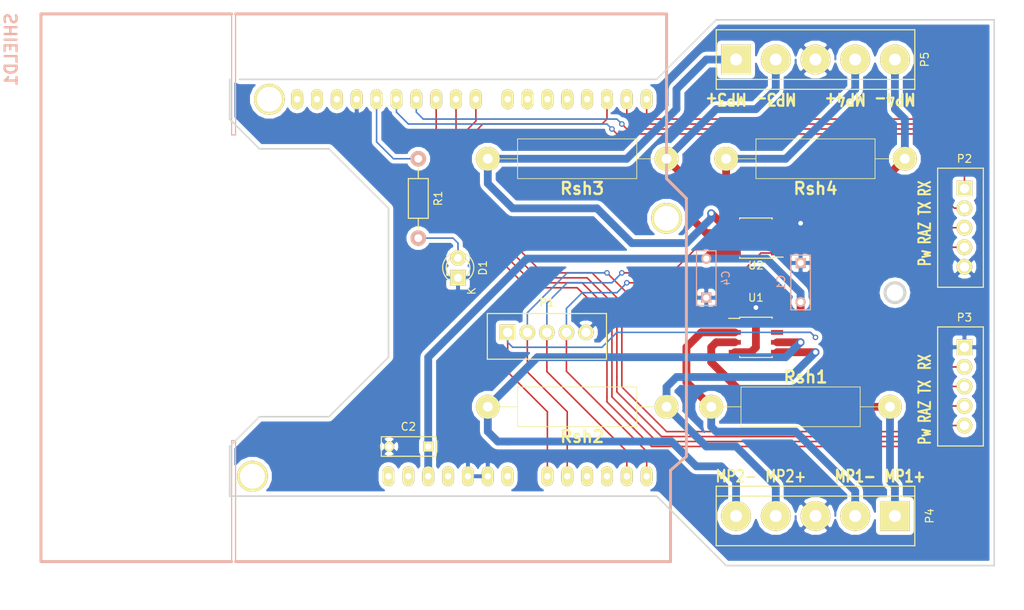
<source format=kicad_pcb>
(kicad_pcb (version 4) (host pcbnew 4.0.3+e1-6302~38~ubuntu16.04.1-stable)

  (general
    (links 52)
    (no_connects 0)
    (area 97.6408 64.77 228.600001 142.875001)
    (thickness 1.6)
    (drawings 35)
    (tracks 253)
    (zones 0)
    (modules 17)
    (nets 38)
  )

  (page A4)
  (layers
    (0 F.Cu signal)
    (31 B.Cu signal)
    (32 B.Adhes user)
    (33 F.Adhes user)
    (34 B.Paste user)
    (35 F.Paste user)
    (36 B.SilkS user)
    (37 F.SilkS user)
    (38 B.Mask user)
    (39 F.Mask user)
    (40 Dwgs.User user)
    (41 Cmts.User user)
    (42 Eco1.User user)
    (43 Eco2.User user)
    (44 Edge.Cuts user)
    (45 Margin user)
    (46 B.CrtYd user)
    (47 F.CrtYd user)
    (48 B.Fab user)
    (49 F.Fab user)
  )

  (setup
    (last_trace_width 0.2)
    (trace_clearance 0.2)
    (zone_clearance 0.508)
    (zone_45_only no)
    (trace_min 0.2)
    (segment_width 0.2)
    (edge_width 0.2)
    (via_size 0.7)
    (via_drill 0.4)
    (via_min_size 0.7)
    (via_min_drill 0.3)
    (uvia_size 0.3)
    (uvia_drill 0.1)
    (uvias_allowed no)
    (uvia_min_size 0.2)
    (uvia_min_drill 0.1)
    (pcb_text_width 0.3)
    (pcb_text_size 1.5 1.5)
    (mod_edge_width 0.15)
    (mod_text_size 1 1)
    (mod_text_width 0.15)
    (pad_size 1.524 1.524)
    (pad_drill 0.762)
    (pad_to_mask_clearance 0.2)
    (aux_axis_origin 0 0)
    (visible_elements FFFFFF7F)
    (pcbplotparams
      (layerselection 0x00030_80000001)
      (usegerberextensions false)
      (excludeedgelayer true)
      (linewidth 0.100000)
      (plotframeref false)
      (viasonmask false)
      (mode 1)
      (useauxorigin false)
      (hpglpennumber 1)
      (hpglpenspeed 20)
      (hpglpendiameter 15)
      (hpglpenoverlay 2)
      (psnegative false)
      (psa4output false)
      (plotreference true)
      (plotvalue true)
      (plotinvisibletext false)
      (padsonsilk false)
      (subtractmaskfromsilk false)
      (outputformat 1)
      (mirror false)
      (drillshape 1)
      (scaleselection 1)
      (outputdirectory ""))
  )

  (net 0 "")
  (net 1 GND)
  (net 2 +3V3)
  (net 3 "Net-(D1-Pad2)")
  (net 4 /carte_nucleo/MP_A1)
  (net 5 /carte_nucleo/MP_A2)
  (net 6 /carte_nucleo/MP_B1)
  (net 7 /carte_nucleo/MP_B2)
  (net 8 /carte_nucleo/TX1)
  (net 9 /carte_nucleo/RX1)
  (net 10 /carte_nucleo/PWD1)
  (net 11 /carte_nucleo/Reset1)
  (net 12 /carte_nucleo/TX2)
  (net 13 /carte_nucleo/RX2)
  (net 14 /carte_nucleo/PWD2)
  (net 15 /carte_nucleo/Reset2)
  (net 16 /conn_shunt1/MP1-)
  (net 17 /conn_shunt1/MP1+)
  (net 18 /conn_shunt1/MP2+)
  (net 19 /conn_shunt1/MP2-)
  (net 20 /conn_shunt_MES2/MP3-)
  (net 21 /conn_shunt_MES2/MP3+)
  (net 22 /conn_shunt_MES2/MP4+)
  (net 23 /conn_shunt_MES2/MP4-)
  (net 24 "Net-(R1-Pad1)")
  (net 25 "Net-(SHIELD1-PadNC)")
  (net 26 "Net-(SHIELD1-PadD15)")
  (net 27 "Net-(SHIELD1-PadD14)")
  (net 28 "Net-(SHIELD1-PadAD3)")
  (net 29 "Net-(SHIELD1-PadAD2)")
  (net 30 "Net-(SHIELD1-PadV_IN)")
  (net 31 "Net-(SHIELD1-PadNRST)")
  (net 32 "Net-(SHIELD1-PadD3)")
  (net 33 "Net-(SHIELD1-PadD4)")
  (net 34 "Net-(SHIELD1-PadD5)")
  (net 35 "Net-(SHIELD1-PadD6)")
  (net 36 "Net-(SHIELD1-PadD7)")
  (net 37 "Net-(SHIELD1-Pad5V)")

  (net_class Default "This is the default net class."
    (clearance 0.2)
    (trace_width 0.2)
    (via_dia 0.7)
    (via_drill 0.4)
    (uvia_dia 0.3)
    (uvia_drill 0.1)
    (add_net /carte_nucleo/MP_A1)
    (add_net /carte_nucleo/MP_A2)
    (add_net /carte_nucleo/MP_B1)
    (add_net /carte_nucleo/MP_B2)
    (add_net /carte_nucleo/PWD1)
    (add_net /carte_nucleo/PWD2)
    (add_net /carte_nucleo/RX1)
    (add_net /carte_nucleo/RX2)
    (add_net /carte_nucleo/Reset1)
    (add_net /carte_nucleo/Reset2)
    (add_net /carte_nucleo/TX1)
    (add_net /carte_nucleo/TX2)
    (add_net "Net-(D1-Pad2)")
    (add_net "Net-(R1-Pad1)")
    (add_net "Net-(SHIELD1-Pad5V)")
    (add_net "Net-(SHIELD1-PadAD2)")
    (add_net "Net-(SHIELD1-PadAD3)")
    (add_net "Net-(SHIELD1-PadD14)")
    (add_net "Net-(SHIELD1-PadD15)")
    (add_net "Net-(SHIELD1-PadD3)")
    (add_net "Net-(SHIELD1-PadD4)")
    (add_net "Net-(SHIELD1-PadD5)")
    (add_net "Net-(SHIELD1-PadD6)")
    (add_net "Net-(SHIELD1-PadD7)")
    (add_net "Net-(SHIELD1-PadNC)")
    (add_net "Net-(SHIELD1-PadNRST)")
    (add_net "Net-(SHIELD1-PadV_IN)")
  )

  (net_class Alim ""
    (clearance 0.2)
    (trace_width 1)
    (via_dia 1)
    (via_drill 0.6)
    (uvia_dia 0.3)
    (uvia_drill 0.1)
    (add_net +3V3)
    (add_net /conn_shunt1/MP1+)
    (add_net /conn_shunt1/MP1-)
    (add_net /conn_shunt1/MP2+)
    (add_net /conn_shunt1/MP2-)
    (add_net /conn_shunt_MES2/MP3+)
    (add_net /conn_shunt_MES2/MP3-)
    (add_net /conn_shunt_MES2/MP4+)
    (add_net /conn_shunt_MES2/MP4-)
  )

  (net_class GND ""
    (clearance 0.2)
    (trace_width 1)
    (via_dia 1)
    (via_drill 0.6)
    (uvia_dia 0.3)
    (uvia_drill 0.1)
    (add_net GND)
  )

  (module Connect:Wafer_Vertical15x5.8x7RM2.5-5 (layer F.Cu) (tedit 556C2A98) (tstamp 579B5C48)
    (at 162.56 107.315)
    (descr "Gold-Tek vertical wafer connector with 2.5mm pitch")
    (tags "wafer connector vertical")
    (path /5796163A)
    (fp_text reference P1 (at 5.0165 -3.81) (layer F.SilkS)
      (effects (font (size 1 1) (thickness 0.15)))
    )
    (fp_text value CONN_01X05 (at 5.0165 5.08) (layer F.Fab)
      (effects (font (size 1 1) (thickness 0.15)))
    )
    (fp_line (start -3 -2.75) (end 12.95 -2.75) (layer F.CrtYd) (width 0.05))
    (fp_line (start 12.95 -2.75) (end 12.95 3.8) (layer F.CrtYd) (width 0.05))
    (fp_line (start 12.95 3.8) (end -3 3.8) (layer F.CrtYd) (width 0.05))
    (fp_line (start -3 3.8) (end -3 -2.75) (layer F.CrtYd) (width 0.05))
    (fp_line (start 12.6365 3.429) (end -2.6035 3.429) (layer F.SilkS) (width 0.15))
    (fp_line (start -2.6035 -2.413) (end 12.6365 -2.413) (layer F.SilkS) (width 0.15))
    (fp_line (start 12.6365 -2.413) (end 12.6365 3.429) (layer F.SilkS) (width 0.15))
    (fp_line (start -2.6035 -2.413) (end -2.6035 3.429) (layer F.SilkS) (width 0.15))
    (pad 1 thru_hole rect (at 0 0) (size 2 2) (drill 1.2) (layers *.Cu *.Mask F.SilkS)
      (net 4 /carte_nucleo/MP_A1))
    (pad 2 thru_hole circle (at 2.5165 0) (size 2 2) (drill 1.2) (layers *.Cu *.Mask F.SilkS)
      (net 5 /carte_nucleo/MP_A2))
    (pad 3 thru_hole circle (at 5.0165 0) (size 2 2) (drill 1.2) (layers *.Cu *.Mask F.SilkS)
      (net 6 /carte_nucleo/MP_B1))
    (pad 4 thru_hole circle (at 7.5165 0) (size 2 2) (drill 1.2) (layers *.Cu *.Mask F.SilkS)
      (net 7 /carte_nucleo/MP_B2))
    (pad 5 thru_hole circle (at 10.0165 0) (size 2 2) (drill 1.2) (layers *.Cu *.Mask F.SilkS)
      (net 1 GND))
    (model Connect.3dshapes/Wafer_Vertical15x5.8x7RM2.5-5.wrl
      (at (xyz 0 0 0))
      (scale (xyz 4 4 4))
      (rotate (xyz 0 0 0))
    )
  )

  (module arduino_shields_nucleo:ARDUINO_SHIELD_NUCLEO (layer F.Cu) (tedit 579F5C4D) (tstamp 579B5CB0)
    (at 116.84 128.27)
    (path /578F86C7/579224C7)
    (fp_text reference SHIELD1 (at -17.78 -57.15 90) (layer B.SilkS)
      (effects (font (thickness 0.3048)) (justify mirror))
    )
    (fp_text value ARDUINO_SHIELD_NUCLEO (at -12.446 -6.604 90) (layer F.SilkS) hide
      (effects (font (thickness 0.3048)))
    )
    (fp_line (start 16.256 -54.356) (end 16.256 -59.944) (layer B.CrtYd) (width 0.15))
    (fp_line (start 16.256 -59.944) (end 64.516 -59.944) (layer B.CrtYd) (width 0.15))
    (fp_line (start 64.516 -59.944) (end 64.516 -54.356) (layer B.CrtYd) (width 0.15))
    (fp_line (start 64.516 -54.356) (end 16.256 -54.356) (layer B.CrtYd) (width 0.15))
    (fp_line (start 26.416 -28.448) (end 28.956 -28.448) (layer B.CrtYd) (width 0.15))
    (fp_line (start 28.956 -28.448) (end 28.956 -23.368) (layer B.CrtYd) (width 0.15))
    (fp_line (start 28.956 -23.368) (end 26.416 -23.368) (layer B.CrtYd) (width 0.15))
    (fp_line (start 26.416 -23.368) (end 26.416 -28.448) (layer B.CrtYd) (width 0.15))
    (fp_line (start 18.796 -42.418) (end 18.796 -34.29) (layer B.CrtYd) (width 0.15))
    (fp_line (start 18.796 -34.29) (end 21.336 -34.29) (layer B.CrtYd) (width 0.15))
    (fp_line (start 21.336 -34.29) (end 21.336 -42.418) (layer B.CrtYd) (width 0.15))
    (fp_line (start 21.336 -42.418) (end 18.796 -42.418) (layer B.CrtYd) (width 0.15))
    (fp_circle (center 15.748 -35.052) (end 17.78 -35.052) (layer B.CrtYd) (width 0.381))
    (fp_circle (center 15.748 -18.034) (end 17.78 -18.034) (layer B.CrtYd) (width 0.381))
    (fp_line (start -13.97 -61.722) (end 10.414 -61.722) (layer B.SilkS) (width 0.381))
    (fp_line (start -13.97 -61.722) (end -13.97 8.382) (layer B.SilkS) (width 0.381))
    (fp_line (start 0 8.382) (end -13.97 8.382) (layer B.SilkS) (width 0.381))
    (fp_line (start 10.922 -61.722) (end 66.04 -61.722) (layer B.SilkS) (width 0.381))
    (fp_line (start 10.922 -61.722) (end 10.922 -46.228) (layer B.SilkS) (width 0.15))
    (fp_line (start 10.922 -46.228) (end 10.414 -46.228) (layer B.SilkS) (width 0.15))
    (fp_line (start 10.414 -46.228) (end 10.414 -61.722) (layer B.SilkS) (width 0.15))
    (fp_line (start 10.414 8.382) (end 0 8.382) (layer B.SilkS) (width 0.381))
    (fp_line (start 66.548 8.382) (end 10.922 8.382) (layer B.SilkS) (width 0.381))
    (fp_line (start 10.922 8.382) (end 10.922 -7.112) (layer B.SilkS) (width 0.15))
    (fp_line (start 10.922 -7.112) (end 10.414 -7.112) (layer B.SilkS) (width 0.15))
    (fp_line (start 10.414 -7.112) (end 10.414 8.382) (layer B.SilkS) (width 0.15))
    (fp_line (start 64.516 1.016) (end 16.256 1.016) (layer B.CrtYd) (width 0.15))
    (fp_line (start 16.256 1.016) (end 16.256 6.604) (layer B.CrtYd) (width 0.15))
    (fp_line (start 16.256 6.604) (end 64.516 6.604) (layer B.CrtYd) (width 0.15))
    (fp_line (start 64.516 6.604) (end 64.516 1.016) (layer B.CrtYd) (width 0.15))
    (fp_line (start 66.548 8.382) (end 66.548 -3.302) (layer B.SilkS) (width 0.381))
    (fp_line (start 66.548 -3.302) (end 68.58 -5.08) (layer B.SilkS) (width 0.381))
    (fp_line (start 66.04 -52.07) (end 66.04 -61.722) (layer B.SilkS) (width 0.381))
    (fp_line (start 66.04 -40.64) (end 66.04 -52.07) (layer B.SilkS) (width 0.381))
    (fp_line (start 66.04 -40.64) (end 68.58 -38.1) (layer B.SilkS) (width 0.381))
    (fp_line (start 68.58 -38.1) (end 68.58 -5.08) (layer B.SilkS) (width 0.381))
    (pad NC thru_hole oval (at 30.48 -2.54 90) (size 2.54 1.524) (drill 0.8128) (layers *.Cu *.Mask F.SilkS)
      (net 25 "Net-(SHIELD1-PadNC)"))
    (pad D15 thru_hole oval (at 18.796 -50.8 90) (size 2.54 1.524) (drill 0.8128) (layers *.Cu *.Mask F.SilkS)
      (net 26 "Net-(SHIELD1-PadD15)"))
    (pad D14 thru_hole oval (at 21.336 -50.8 90) (size 2.54 1.524) (drill 0.8128) (layers *.Cu *.Mask F.SilkS)
      (net 27 "Net-(SHIELD1-PadD14)"))
    (pad AD5 thru_hole oval (at 63.5 -2.54 90) (size 2.54 1.524) (drill 0.8128) (layers *.Cu *.Mask F.SilkS)
      (net 7 /carte_nucleo/MP_B2))
    (pad AD4 thru_hole oval (at 60.96 -2.54 90) (size 2.54 1.524) (drill 0.8128) (layers *.Cu *.Mask F.SilkS)
      (net 6 /carte_nucleo/MP_B1))
    (pad AD3 thru_hole oval (at 58.42 -2.54 90) (size 2.54 1.524) (drill 0.8128) (layers *.Cu *.Mask F.SilkS)
      (net 28 "Net-(SHIELD1-PadAD3)"))
    (pad AD0 thru_hole oval (at 50.8 -2.54 90) (size 2.54 1.524) (drill 0.8128) (layers *.Cu *.Mask F.SilkS)
      (net 4 /carte_nucleo/MP_A1))
    (pad AD1 thru_hole oval (at 53.34 -2.54 90) (size 2.54 1.524) (drill 0.8128) (layers *.Cu *.Mask F.SilkS)
      (net 5 /carte_nucleo/MP_A2))
    (pad AD2 thru_hole oval (at 55.88 -2.54 90) (size 2.54 1.524) (drill 0.8128) (layers *.Cu *.Mask F.SilkS)
      (net 29 "Net-(SHIELD1-PadAD2)"))
    (pad V_IN thru_hole oval (at 45.72 -2.54 90) (size 2.54 1.524) (drill 0.8128) (layers *.Cu *.Mask F.SilkS)
      (net 30 "Net-(SHIELD1-PadV_IN)"))
    (pad GND2 thru_hole oval (at 43.18 -2.54 90) (size 2.54 1.524) (drill 0.8128) (layers *.Cu *.Mask F.SilkS)
      (net 1 GND))
    (pad GND1 thru_hole oval (at 40.64 -2.54 90) (size 2.54 1.524) (drill 0.8128) (layers *.Cu *.Mask F.SilkS)
      (net 1 GND))
    (pad 3V3 thru_hole oval (at 35.56 -2.54 90) (size 2.54 1.524) (drill 0.8128) (layers *.Cu *.Mask F.SilkS)
      (net 2 +3V3))
    (pad NRST thru_hole oval (at 33.02 -2.54 90) (size 2.54 1.524) (drill 0.8128) (layers *.Cu *.Mask F.SilkS)
      (net 31 "Net-(SHIELD1-PadNRST)"))
    (pad D0 thru_hole oval (at 63.5 -50.8 90) (size 2.54 1.524) (drill 0.8128) (layers *.Cu *.Mask F.SilkS)
      (net 9 /carte_nucleo/RX1))
    (pad D1 thru_hole oval (at 60.96 -50.8 90) (size 2.54 1.524) (drill 0.8128) (layers *.Cu *.Mask F.SilkS)
      (net 8 /carte_nucleo/TX1))
    (pad D2 thru_hole oval (at 58.42 -50.8 90) (size 2.54 1.524) (drill 0.8128) (layers *.Cu *.Mask F.SilkS)
      (net 13 /carte_nucleo/RX2))
    (pad D3 thru_hole oval (at 55.88 -50.8 90) (size 2.54 1.524) (drill 0.8128) (layers *.Cu *.Mask F.SilkS)
      (net 32 "Net-(SHIELD1-PadD3)"))
    (pad D4 thru_hole oval (at 53.34 -50.8 90) (size 2.54 1.524) (drill 0.8128) (layers *.Cu *.Mask F.SilkS)
      (net 33 "Net-(SHIELD1-PadD4)"))
    (pad D5 thru_hole oval (at 50.8 -50.8 90) (size 2.54 1.524) (drill 0.8128) (layers *.Cu *.Mask F.SilkS)
      (net 34 "Net-(SHIELD1-PadD5)"))
    (pad D6 thru_hole oval (at 48.26 -50.8 90) (size 2.54 1.524) (drill 0.8128) (layers *.Cu *.Mask F.SilkS)
      (net 35 "Net-(SHIELD1-PadD6)"))
    (pad D7 thru_hole oval (at 45.72 -50.8 90) (size 2.54 1.524) (drill 0.8128) (layers *.Cu *.Mask F.SilkS)
      (net 36 "Net-(SHIELD1-PadD7)"))
    (pad D8 thru_hole oval (at 41.656 -50.8 90) (size 2.54 1.524) (drill 0.8128) (layers *.Cu *.Mask F.SilkS)
      (net 12 /carte_nucleo/TX2))
    (pad D9 thru_hole oval (at 39.116 -50.8 90) (size 2.54 1.524) (drill 0.8128) (layers *.Cu *.Mask F.SilkS)
      (net 15 /carte_nucleo/Reset2))
    (pad D10 thru_hole oval (at 36.576 -50.8 90) (size 2.54 1.524) (drill 0.8128) (layers *.Cu *.Mask F.SilkS)
      (net 14 /carte_nucleo/PWD2))
    (pad D11 thru_hole oval (at 34.036 -50.8 90) (size 2.54 1.524) (drill 0.8128) (layers *.Cu *.Mask F.SilkS)
      (net 11 /carte_nucleo/Reset1))
    (pad D12 thru_hole oval (at 31.496 -50.8 90) (size 2.54 1.524) (drill 0.8128) (layers *.Cu *.Mask F.SilkS)
      (net 10 /carte_nucleo/PWD1))
    (pad D13 thru_hole oval (at 28.956 -50.8 90) (size 2.54 1.524) (drill 0.8128) (layers *.Cu *.Mask F.SilkS)
      (net 24 "Net-(R1-Pad1)"))
    (pad GND3 thru_hole oval (at 26.416 -50.8 90) (size 2.54 1.524) (drill 0.8128) (layers *.Cu *.Mask F.SilkS)
      (net 1 GND))
    (pad AREF thru_hole oval (at 23.876 -50.8 90) (size 2.54 1.524) (drill 0.8128) (layers *.Cu *.Mask F.SilkS))
    (pad 5V thru_hole oval (at 38.1 -2.54 90) (size 2.54 1.524) (drill 0.8128) (layers *.Cu *.Mask F.SilkS)
      (net 37 "Net-(SHIELD1-Pad5V)"))
    (pad "" thru_hole circle (at 66.04 -35.56 90) (size 3.937 3.937) (drill 3.175) (layers *.Cu *.Mask F.SilkS))
    (pad "" thru_hole circle (at 15.24 -50.8 90) (size 3.937 3.937) (drill 3.175) (layers *.Cu *.Mask F.SilkS))
    (pad "" thru_hole circle (at 13.081 -2.54 90) (size 3.937 3.937) (drill 3.175) (layers *.Cu *.Mask F.SilkS))
  )

  (module Capacitors_ThroughHole:C_Rect_L7_W2.5_P5 (layer B.Cu) (tedit 0) (tstamp 579B5C27)
    (at 200.025 98.425 270)
    (descr "Film Capacitor Length 7mm x Width 2.5mm, Pitch 5mm")
    (tags Capacitor)
    (path /578F869F/5798BDAD)
    (fp_text reference C1 (at 2.5 2.5 270) (layer B.SilkS)
      (effects (font (size 1 1) (thickness 0.15)) (justify mirror))
    )
    (fp_text value 100nF (at 2.5 -2.5 270) (layer B.Fab)
      (effects (font (size 1 1) (thickness 0.15)) (justify mirror))
    )
    (fp_line (start -1.25 1.5) (end 6.25 1.5) (layer B.CrtYd) (width 0.05))
    (fp_line (start 6.25 1.5) (end 6.25 -1.5) (layer B.CrtYd) (width 0.05))
    (fp_line (start 6.25 -1.5) (end -1.25 -1.5) (layer B.CrtYd) (width 0.05))
    (fp_line (start -1.25 -1.5) (end -1.25 1.5) (layer B.CrtYd) (width 0.05))
    (fp_line (start -1 1.25) (end 6 1.25) (layer B.SilkS) (width 0.15))
    (fp_line (start 6 1.25) (end 6 -1.25) (layer B.SilkS) (width 0.15))
    (fp_line (start 6 -1.25) (end -1 -1.25) (layer B.SilkS) (width 0.15))
    (fp_line (start -1 -1.25) (end -1 1.25) (layer B.SilkS) (width 0.15))
    (pad 1 thru_hole rect (at 0 0 270) (size 1.3 1.3) (drill 0.8) (layers *.Cu *.Mask B.SilkS)
      (net 1 GND))
    (pad 2 thru_hole circle (at 5 0 270) (size 1.3 1.3) (drill 0.8) (layers *.Cu *.Mask B.SilkS)
      (net 2 +3V3))
  )

  (module Capacitors_ThroughHole:C_Rect_L7_W2.5_P5 (layer F.Cu) (tedit 57B30365) (tstamp 579B5C2D)
    (at 152.4 121.92 180)
    (descr "Film Capacitor Length 7mm x Width 2.5mm, Pitch 5mm")
    (tags Capacitor)
    (path /578F86C7/5798F9EE)
    (fp_text reference C2 (at 2.54 2.54 180) (layer F.SilkS)
      (effects (font (size 1 1) (thickness 0.15)))
    )
    (fp_text value 100nF (at 2.54 3.81 180) (layer F.Fab)
      (effects (font (size 1 1) (thickness 0.15)))
    )
    (fp_line (start -1.25 -1.5) (end 6.25 -1.5) (layer F.CrtYd) (width 0.05))
    (fp_line (start 6.25 -1.5) (end 6.25 1.5) (layer F.CrtYd) (width 0.05))
    (fp_line (start 6.25 1.5) (end -1.25 1.5) (layer F.CrtYd) (width 0.05))
    (fp_line (start -1.25 1.5) (end -1.25 -1.5) (layer F.CrtYd) (width 0.05))
    (fp_line (start -1 -1.25) (end 6 -1.25) (layer F.SilkS) (width 0.15))
    (fp_line (start 6 -1.25) (end 6 1.25) (layer F.SilkS) (width 0.15))
    (fp_line (start 6 1.25) (end -1 1.25) (layer F.SilkS) (width 0.15))
    (fp_line (start -1 1.25) (end -1 -1.25) (layer F.SilkS) (width 0.15))
    (pad 1 thru_hole rect (at 0 0 180) (size 1.3 1.3) (drill 0.8) (layers *.Cu *.Mask F.SilkS)
      (net 2 +3V3))
    (pad 2 thru_hole circle (at 5 0 180) (size 1.3 1.3) (drill 0.8) (layers *.Cu *.Mask F.SilkS)
      (net 1 GND))
  )

  (module Capacitors_ThroughHole:C_Rect_L7_W2.5_P5 (layer B.Cu) (tedit 0) (tstamp 579B5C39)
    (at 187.96 102.87 90)
    (descr "Film Capacitor Length 7mm x Width 2.5mm, Pitch 5mm")
    (tags Capacitor)
    (path /5798DFD0/5798EA23)
    (fp_text reference C4 (at 2.5 2.5 90) (layer B.SilkS)
      (effects (font (size 1 1) (thickness 0.15)) (justify mirror))
    )
    (fp_text value 100nF (at 2.5 -2.5 90) (layer B.Fab)
      (effects (font (size 1 1) (thickness 0.15)) (justify mirror))
    )
    (fp_line (start -1.25 1.5) (end 6.25 1.5) (layer B.CrtYd) (width 0.05))
    (fp_line (start 6.25 1.5) (end 6.25 -1.5) (layer B.CrtYd) (width 0.05))
    (fp_line (start 6.25 -1.5) (end -1.25 -1.5) (layer B.CrtYd) (width 0.05))
    (fp_line (start -1.25 -1.5) (end -1.25 1.5) (layer B.CrtYd) (width 0.05))
    (fp_line (start -1 1.25) (end 6 1.25) (layer B.SilkS) (width 0.15))
    (fp_line (start 6 1.25) (end 6 -1.25) (layer B.SilkS) (width 0.15))
    (fp_line (start 6 -1.25) (end -1 -1.25) (layer B.SilkS) (width 0.15))
    (fp_line (start -1 -1.25) (end -1 1.25) (layer B.SilkS) (width 0.15))
    (pad 1 thru_hole rect (at 0 0 90) (size 1.3 1.3) (drill 0.8) (layers *.Cu *.Mask B.SilkS)
      (net 1 GND))
    (pad 2 thru_hole circle (at 5 0 90) (size 1.3 1.3) (drill 0.8) (layers *.Cu *.Mask B.SilkS)
      (net 2 +3V3))
  )

  (module LEDs:LED-3MM (layer F.Cu) (tedit 57B2D4AC) (tstamp 579B5C3F)
    (at 156.21 100.33 90)
    (descr "LED 3mm round vertical")
    (tags "LED  3mm round vertical")
    (path /578F86C7/5798BA56)
    (fp_text reference D1 (at 1.27 3.175 90) (layer F.SilkS)
      (effects (font (size 1 1) (thickness 0.15)))
    )
    (fp_text value LED (at 1.3 -2.9 90) (layer F.Fab)
      (effects (font (size 1 1) (thickness 0.15)))
    )
    (fp_line (start -1.2 2.3) (end 3.8 2.3) (layer F.CrtYd) (width 0.05))
    (fp_line (start 3.8 2.3) (end 3.8 -2.2) (layer F.CrtYd) (width 0.05))
    (fp_line (start 3.8 -2.2) (end -1.2 -2.2) (layer F.CrtYd) (width 0.05))
    (fp_line (start -1.2 -2.2) (end -1.2 2.3) (layer F.CrtYd) (width 0.05))
    (fp_line (start -0.199 1.314) (end -0.199 1.114) (layer F.SilkS) (width 0.15))
    (fp_line (start -0.199 -1.28) (end -0.199 -1.1) (layer F.SilkS) (width 0.15))
    (fp_arc (start 1.301 0.034) (end -0.199 -1.286) (angle 108.5) (layer F.SilkS) (width 0.15))
    (fp_arc (start 1.301 0.034) (end 0.25 -1.1) (angle 85.7) (layer F.SilkS) (width 0.15))
    (fp_arc (start 1.311 0.034) (end 3.051 0.994) (angle 110) (layer F.SilkS) (width 0.15))
    (fp_arc (start 1.301 0.034) (end 2.335 1.094) (angle 87.5) (layer F.SilkS) (width 0.15))
    (fp_text user K (at -1.69 1.74 90) (layer F.SilkS)
      (effects (font (size 1 1) (thickness 0.15)))
    )
    (pad 1 thru_hole rect (at 0 0 180) (size 2 2) (drill 1.00076) (layers *.Cu *.Mask F.SilkS)
      (net 1 GND))
    (pad 2 thru_hole circle (at 2.54 0 90) (size 2 2) (drill 1.00076) (layers *.Cu *.Mask F.SilkS)
      (net 3 "Net-(D1-Pad2)"))
    (model LEDs.3dshapes/LED-3MM.wrl
      (at (xyz 0.05 0 0))
      (scale (xyz 1 1 1))
      (rotate (xyz 0 0 90))
    )
  )

  (module Connect:Wafer_Vertical15x5.8x7RM2.5-5 (layer F.Cu) (tedit 57B2DAEA) (tstamp 579B5C51)
    (at 220.98 88.9 270)
    (descr "Gold-Tek vertical wafer connector with 2.5mm pitch")
    (tags "wafer connector vertical")
    (path /57961820)
    (fp_text reference P2 (at -3.81 0 360) (layer F.SilkS)
      (effects (font (size 1 1) (thickness 0.15)))
    )
    (fp_text value CONN_01X05 (at 5.0165 5.08 270) (layer F.Fab)
      (effects (font (size 1 1) (thickness 0.15)))
    )
    (fp_line (start -3 -2.75) (end 12.95 -2.75) (layer F.CrtYd) (width 0.05))
    (fp_line (start 12.95 -2.75) (end 12.95 3.8) (layer F.CrtYd) (width 0.05))
    (fp_line (start 12.95 3.8) (end -3 3.8) (layer F.CrtYd) (width 0.05))
    (fp_line (start -3 3.8) (end -3 -2.75) (layer F.CrtYd) (width 0.05))
    (fp_line (start 12.6365 3.429) (end -2.6035 3.429) (layer F.SilkS) (width 0.15))
    (fp_line (start -2.6035 -2.413) (end 12.6365 -2.413) (layer F.SilkS) (width 0.15))
    (fp_line (start 12.6365 -2.413) (end 12.6365 3.429) (layer F.SilkS) (width 0.15))
    (fp_line (start -2.6035 -2.413) (end -2.6035 3.429) (layer F.SilkS) (width 0.15))
    (pad 1 thru_hole rect (at 0 0 270) (size 2 2) (drill 1.2) (layers *.Cu *.Mask F.SilkS)
      (net 9 /carte_nucleo/RX1))
    (pad 2 thru_hole circle (at 2.5165 0 270) (size 2 2) (drill 1.2) (layers *.Cu *.Mask F.SilkS)
      (net 8 /carte_nucleo/TX1))
    (pad 3 thru_hole circle (at 5.0165 0 270) (size 2 2) (drill 1.2) (layers *.Cu *.Mask F.SilkS)
      (net 11 /carte_nucleo/Reset1))
    (pad 4 thru_hole circle (at 7.5165 0 270) (size 2 2) (drill 1.2) (layers *.Cu *.Mask F.SilkS)
      (net 10 /carte_nucleo/PWD1))
    (pad 5 thru_hole circle (at 10.0165 0 270) (size 2 2) (drill 1.2) (layers *.Cu *.Mask F.SilkS)
      (net 1 GND))
    (model Connect.3dshapes/Wafer_Vertical15x5.8x7RM2.5-5.wrl
      (at (xyz 0 0 0))
      (scale (xyz 4 4 4))
      (rotate (xyz 0 0 0))
    )
  )

  (module Connect:Wafer_Vertical15x5.8x7RM2.5-5 (layer F.Cu) (tedit 57B2DAE1) (tstamp 579B5C5A)
    (at 220.98 109.22 270)
    (descr "Gold-Tek vertical wafer connector with 2.5mm pitch")
    (tags "wafer connector vertical")
    (path /57961934)
    (fp_text reference P3 (at -3.81 0 360) (layer F.SilkS)
      (effects (font (size 1 1) (thickness 0.15)))
    )
    (fp_text value CONN_01X05 (at 5.0165 5.08 270) (layer F.Fab)
      (effects (font (size 1 1) (thickness 0.15)))
    )
    (fp_line (start -3 -2.75) (end 12.95 -2.75) (layer F.CrtYd) (width 0.05))
    (fp_line (start 12.95 -2.75) (end 12.95 3.8) (layer F.CrtYd) (width 0.05))
    (fp_line (start 12.95 3.8) (end -3 3.8) (layer F.CrtYd) (width 0.05))
    (fp_line (start -3 3.8) (end -3 -2.75) (layer F.CrtYd) (width 0.05))
    (fp_line (start 12.6365 3.429) (end -2.6035 3.429) (layer F.SilkS) (width 0.15))
    (fp_line (start -2.6035 -2.413) (end 12.6365 -2.413) (layer F.SilkS) (width 0.15))
    (fp_line (start 12.6365 -2.413) (end 12.6365 3.429) (layer F.SilkS) (width 0.15))
    (fp_line (start -2.6035 -2.413) (end -2.6035 3.429) (layer F.SilkS) (width 0.15))
    (pad 1 thru_hole rect (at 0 0 270) (size 2 2) (drill 1.2) (layers *.Cu *.Mask F.SilkS)
      (net 1 GND))
    (pad 2 thru_hole circle (at 2.5165 0 270) (size 2 2) (drill 1.2) (layers *.Cu *.Mask F.SilkS)
      (net 13 /carte_nucleo/RX2))
    (pad 3 thru_hole circle (at 5.0165 0 270) (size 2 2) (drill 1.2) (layers *.Cu *.Mask F.SilkS)
      (net 12 /carte_nucleo/TX2))
    (pad 4 thru_hole circle (at 7.5165 0 270) (size 2 2) (drill 1.2) (layers *.Cu *.Mask F.SilkS)
      (net 15 /carte_nucleo/Reset2))
    (pad 5 thru_hole circle (at 10.0165 0 270) (size 2 2) (drill 1.2) (layers *.Cu *.Mask F.SilkS)
      (net 14 /carte_nucleo/PWD2))
    (model Connect.3dshapes/Wafer_Vertical15x5.8x7RM2.5-5.wrl
      (at (xyz 0 0 0))
      (scale (xyz 4 4 4))
      (rotate (xyz 0 0 0))
    )
  )

  (module Connect:bornier5 (layer F.Cu) (tedit 57B303F9) (tstamp 579B5C63)
    (at 201.93 130.81 180)
    (descr "Bornier d'alimentation 4 pins")
    (tags DEV)
    (path /578F869F/5798C44B)
    (fp_text reference P4 (at -14.605 0 270) (layer F.SilkS)
      (effects (font (size 1 1) (thickness 0.15)))
    )
    (fp_text value CONN_01X05 (at 0 5.08 180) (layer F.Fab)
      (effects (font (size 1 1) (thickness 0.15)))
    )
    (fp_line (start -12.7 3.81) (end 12.7 3.81) (layer F.SilkS) (width 0.15))
    (fp_line (start -12.7 2.54) (end 12.7 2.54) (layer F.SilkS) (width 0.15))
    (fp_line (start -12.7 -3.81) (end 12.7 -3.81) (layer F.SilkS) (width 0.15))
    (fp_line (start 12.7 -3.81) (end 12.7 3.81) (layer F.SilkS) (width 0.15))
    (fp_line (start -12.7 -3.81) (end -12.7 3.81) (layer F.SilkS) (width 0.15))
    (pad 2 thru_hole circle (at -5.08 0 180) (size 3.81 3.81) (drill 1.524) (layers *.Cu *.Mask F.SilkS)
      (net 16 /conn_shunt1/MP1-))
    (pad 3 thru_hole circle (at 0 0 180) (size 3.81 3.81) (drill 1.524) (layers *.Cu *.Mask F.SilkS)
      (net 1 GND))
    (pad 1 thru_hole rect (at -10.16 0 180) (size 3.81 3.81) (drill 1.524) (layers *.Cu *.Mask F.SilkS)
      (net 17 /conn_shunt1/MP1+))
    (pad 4 thru_hole circle (at 5.08 0 180) (size 3.81 3.81) (drill 1.524) (layers *.Cu *.Mask F.SilkS)
      (net 18 /conn_shunt1/MP2+))
    (pad 5 thru_hole circle (at 10.16 0 180) (size 3.81 3.81) (drill 1.524) (layers *.Cu *.Mask F.SilkS)
      (net 19 /conn_shunt1/MP2-))
    (model Connect.3dshapes/bornier5.wrl
      (at (xyz 0 0 0))
      (scale (xyz 1 1 1))
      (rotate (xyz 0 0 0))
    )
  )

  (module Connect:bornier5 (layer F.Cu) (tedit 57B303EE) (tstamp 579B5C6C)
    (at 201.93 72.39)
    (descr "Bornier d'alimentation 4 pins")
    (tags DEV)
    (path /5798DFD0/5798EA33)
    (fp_text reference P5 (at 13.97 0 90) (layer F.SilkS)
      (effects (font (size 1 1) (thickness 0.15)))
    )
    (fp_text value CONN_01X05 (at 0 5.08) (layer F.Fab)
      (effects (font (size 1 1) (thickness 0.15)))
    )
    (fp_line (start -12.7 3.81) (end 12.7 3.81) (layer F.SilkS) (width 0.15))
    (fp_line (start -12.7 2.54) (end 12.7 2.54) (layer F.SilkS) (width 0.15))
    (fp_line (start -12.7 -3.81) (end 12.7 -3.81) (layer F.SilkS) (width 0.15))
    (fp_line (start 12.7 -3.81) (end 12.7 3.81) (layer F.SilkS) (width 0.15))
    (fp_line (start -12.7 -3.81) (end -12.7 3.81) (layer F.SilkS) (width 0.15))
    (pad 2 thru_hole circle (at -5.08 0) (size 3.81 3.81) (drill 1.524) (layers *.Cu *.Mask F.SilkS)
      (net 20 /conn_shunt_MES2/MP3-))
    (pad 3 thru_hole circle (at 0 0) (size 3.81 3.81) (drill 1.524) (layers *.Cu *.Mask F.SilkS)
      (net 1 GND))
    (pad 1 thru_hole rect (at -10.16 0) (size 3.81 3.81) (drill 1.524) (layers *.Cu *.Mask F.SilkS)
      (net 21 /conn_shunt_MES2/MP3+))
    (pad 4 thru_hole circle (at 5.08 0) (size 3.81 3.81) (drill 1.524) (layers *.Cu *.Mask F.SilkS)
      (net 22 /conn_shunt_MES2/MP4+))
    (pad 5 thru_hole circle (at 10.16 0) (size 3.81 3.81) (drill 1.524) (layers *.Cu *.Mask F.SilkS)
      (net 23 /conn_shunt_MES2/MP4-))
    (model Connect.3dshapes/bornier5.wrl
      (at (xyz 0 0 0))
      (scale (xyz 1 1 1))
      (rotate (xyz 0 0 0))
    )
  )

  (module Resistors_ThroughHole:Resistor_Horizontal_RM10mm (layer F.Cu) (tedit 57B2D4A4) (tstamp 579B5C72)
    (at 151.13 85.09 270)
    (descr "Resistor, Axial,  RM 10mm, 1/3W")
    (tags "Resistor Axial RM 10mm 1/3W")
    (path /578F86C7/5798BAE5)
    (fp_text reference R1 (at 5.08 -2.54 270) (layer F.SilkS)
      (effects (font (size 1 1) (thickness 0.15)))
    )
    (fp_text value 680R (at 3.81 2.54 270) (layer F.Fab)
      (effects (font (size 1 1) (thickness 0.15)))
    )
    (fp_line (start -1.25 -1.5) (end 11.4 -1.5) (layer F.CrtYd) (width 0.05))
    (fp_line (start -1.25 1.5) (end -1.25 -1.5) (layer F.CrtYd) (width 0.05))
    (fp_line (start 11.4 -1.5) (end 11.4 1.5) (layer F.CrtYd) (width 0.05))
    (fp_line (start -1.25 1.5) (end 11.4 1.5) (layer F.CrtYd) (width 0.05))
    (fp_line (start 2.54 -1.27) (end 7.62 -1.27) (layer F.SilkS) (width 0.15))
    (fp_line (start 7.62 -1.27) (end 7.62 1.27) (layer F.SilkS) (width 0.15))
    (fp_line (start 7.62 1.27) (end 2.54 1.27) (layer F.SilkS) (width 0.15))
    (fp_line (start 2.54 1.27) (end 2.54 -1.27) (layer F.SilkS) (width 0.15))
    (fp_line (start 2.54 0) (end 1.27 0) (layer F.SilkS) (width 0.15))
    (fp_line (start 7.62 0) (end 8.89 0) (layer F.SilkS) (width 0.15))
    (pad 1 thru_hole circle (at 0 0 270) (size 1.99898 1.99898) (drill 1.00076) (layers *.Cu *.SilkS *.Mask)
      (net 24 "Net-(R1-Pad1)"))
    (pad 2 thru_hole circle (at 10.16 0 270) (size 1.99898 1.99898) (drill 1.00076) (layers *.Cu *.SilkS *.Mask)
      (net 3 "Net-(D1-Pad2)"))
    (model Resistors_ThroughHole.3dshapes/Resistor_Horizontal_RM10mm.wrl
      (at (xyz 0.2 0 0))
      (scale (xyz 0.4 0.4 0.4))
      (rotate (xyz 0 0 0))
    )
  )

  (module shunt:shunt (layer F.Cu) (tedit 57B2D4E3) (tstamp 579B5C78)
    (at 207.645 116.84 180)
    (path /578F869F/5790D800)
    (fp_text reference Rsh1 (at 6.985 3.81 180) (layer F.SilkS)
      (effects (font (thickness 0.3048)))
    )
    (fp_text value Shunt (at 6.985 0 180) (layer F.Fab)
      (effects (font (thickness 0.3048)))
    )
    (fp_line (start -3.81 0) (end 0 0) (layer F.SilkS) (width 0.09906))
    (fp_line (start 15.24 0) (end 19.05 0) (layer F.SilkS) (width 0.09906))
    (fp_line (start 0 -2.54) (end 15.24 -2.54) (layer F.SilkS) (width 0.09906))
    (fp_line (start 15.24 -2.54) (end 15.24 2.54) (layer F.SilkS) (width 0.09906))
    (fp_line (start 15.24 2.54) (end 0 2.54) (layer F.SilkS) (width 0.09906))
    (fp_line (start 0 2.54) (end 0 -2.54) (layer F.SilkS) (width 0.09906))
    (pad + thru_hole circle (at -3.81 0 180) (size 3.048 3.048) (drill 1.24968) (layers *.Cu *.Mask F.SilkS)
      (net 17 /conn_shunt1/MP1+))
    (pad - thru_hole circle (at 19.05 0 180) (size 3.048 3.048) (drill 1.24968) (layers *.Cu *.Mask F.SilkS)
      (net 16 /conn_shunt1/MP1-))
  )

  (module shunt:shunt (layer F.Cu) (tedit 57B303E4) (tstamp 579B5C7E)
    (at 163.83 85.09)
    (path /5798DFD0/5798E9CC)
    (fp_text reference Rsh3 (at 8.255 3.81) (layer F.SilkS)
      (effects (font (thickness 0.3048)))
    )
    (fp_text value Shunt (at 8.255 0) (layer F.Fab)
      (effects (font (thickness 0.3048)))
    )
    (fp_line (start -3.81 0) (end 0 0) (layer F.SilkS) (width 0.09906))
    (fp_line (start 15.24 0) (end 19.05 0) (layer F.SilkS) (width 0.09906))
    (fp_line (start 0 -2.54) (end 15.24 -2.54) (layer F.SilkS) (width 0.09906))
    (fp_line (start 15.24 -2.54) (end 15.24 2.54) (layer F.SilkS) (width 0.09906))
    (fp_line (start 15.24 2.54) (end 0 2.54) (layer F.SilkS) (width 0.09906))
    (fp_line (start 0 2.54) (end 0 -2.54) (layer F.SilkS) (width 0.09906))
    (pad + thru_hole circle (at -3.81 0) (size 3.048 3.048) (drill 1.24968) (layers *.Cu *.Mask F.SilkS)
      (net 21 /conn_shunt_MES2/MP3+))
    (pad - thru_hole circle (at 19.05 0) (size 3.048 3.048) (drill 1.24968) (layers *.Cu *.Mask F.SilkS)
      (net 20 /conn_shunt_MES2/MP3-))
  )

  (module shunt:shunt (layer F.Cu) (tedit 57B303DB) (tstamp 579B5C84)
    (at 194.31 85.09)
    (path /5798DFD0/5798EA05)
    (fp_text reference Rsh4 (at 7.62 3.81) (layer F.SilkS)
      (effects (font (thickness 0.3048)))
    )
    (fp_text value Shunt (at 7.62 0) (layer F.Fab)
      (effects (font (thickness 0.3048)))
    )
    (fp_line (start -3.81 0) (end 0 0) (layer F.SilkS) (width 0.09906))
    (fp_line (start 15.24 0) (end 19.05 0) (layer F.SilkS) (width 0.09906))
    (fp_line (start 0 -2.54) (end 15.24 -2.54) (layer F.SilkS) (width 0.09906))
    (fp_line (start 15.24 -2.54) (end 15.24 2.54) (layer F.SilkS) (width 0.09906))
    (fp_line (start 15.24 2.54) (end 0 2.54) (layer F.SilkS) (width 0.09906))
    (fp_line (start 0 2.54) (end 0 -2.54) (layer F.SilkS) (width 0.09906))
    (pad + thru_hole circle (at -3.81 0) (size 3.048 3.048) (drill 1.24968) (layers *.Cu *.Mask F.SilkS)
      (net 22 /conn_shunt_MES2/MP4+))
    (pad - thru_hole circle (at 19.05 0) (size 3.048 3.048) (drill 1.24968) (layers *.Cu *.Mask F.SilkS)
      (net 23 /conn_shunt_MES2/MP4-))
  )

  (module shunt:shunt (layer F.Cu) (tedit 57B303CA) (tstamp 579B5C8A)
    (at 179.07 116.84 180)
    (path /578F869F/5790CF45)
    (fp_text reference Rsh2 (at 6.985 -3.81 180) (layer F.SilkS)
      (effects (font (thickness 0.3048)))
    )
    (fp_text value Shunt (at 7.62 0 180) (layer F.Fab)
      (effects (font (thickness 0.3048)))
    )
    (fp_line (start -3.81 0) (end 0 0) (layer F.SilkS) (width 0.09906))
    (fp_line (start 15.24 0) (end 19.05 0) (layer F.SilkS) (width 0.09906))
    (fp_line (start 0 -2.54) (end 15.24 -2.54) (layer F.SilkS) (width 0.09906))
    (fp_line (start 15.24 -2.54) (end 15.24 2.54) (layer F.SilkS) (width 0.09906))
    (fp_line (start 15.24 2.54) (end 0 2.54) (layer F.SilkS) (width 0.09906))
    (fp_line (start 0 2.54) (end 0 -2.54) (layer F.SilkS) (width 0.09906))
    (pad + thru_hole circle (at -3.81 0 180) (size 3.048 3.048) (drill 1.24968) (layers *.Cu *.Mask F.SilkS)
      (net 18 /conn_shunt1/MP2+))
    (pad - thru_hole circle (at 19.05 0 180) (size 3.048 3.048) (drill 1.24968) (layers *.Cu *.Mask F.SilkS)
      (net 19 /conn_shunt1/MP2-))
  )

  (module Housings_SOIC:SOIC-8_3.9x4.9mm_Pitch1.27mm (layer F.Cu) (tedit 57B30423) (tstamp 579B5CBC)
    (at 194.31 107.95)
    (descr "8-Lead Plastic Small Outline (SN) - Narrow, 3.90 mm Body [SOIC] (see Microchip Packaging Specification 00000049BS.pdf)")
    (tags "SOIC 1.27")
    (path /578F869F/5790DCDB)
    (attr smd)
    (fp_text reference U1 (at 0 -5.08) (layer F.SilkS)
      (effects (font (size 1 1) (thickness 0.15)))
    )
    (fp_text value MAX4377 (at 0 3.5) (layer F.Fab)
      (effects (font (size 1 1) (thickness 0.15)))
    )
    (fp_line (start -3.75 -2.75) (end -3.75 2.75) (layer F.CrtYd) (width 0.05))
    (fp_line (start 3.75 -2.75) (end 3.75 2.75) (layer F.CrtYd) (width 0.05))
    (fp_line (start -3.75 -2.75) (end 3.75 -2.75) (layer F.CrtYd) (width 0.05))
    (fp_line (start -3.75 2.75) (end 3.75 2.75) (layer F.CrtYd) (width 0.05))
    (fp_line (start -2.075 -2.575) (end -2.075 -2.43) (layer F.SilkS) (width 0.15))
    (fp_line (start 2.075 -2.575) (end 2.075 -2.43) (layer F.SilkS) (width 0.15))
    (fp_line (start 2.075 2.575) (end 2.075 2.43) (layer F.SilkS) (width 0.15))
    (fp_line (start -2.075 2.575) (end -2.075 2.43) (layer F.SilkS) (width 0.15))
    (fp_line (start -2.075 -2.575) (end 2.075 -2.575) (layer F.SilkS) (width 0.15))
    (fp_line (start -2.075 2.575) (end 2.075 2.575) (layer F.SilkS) (width 0.15))
    (fp_line (start -2.075 -2.43) (end -3.475 -2.43) (layer F.SilkS) (width 0.15))
    (pad 1 smd rect (at -2.7 -1.905) (size 1.55 0.6) (layers F.Cu F.Paste F.Mask)
      (net 5 /carte_nucleo/MP_A2))
    (pad 2 smd rect (at -2.7 -0.635) (size 1.55 0.6) (layers F.Cu F.Paste F.Mask)
      (net 16 /conn_shunt1/MP1-))
    (pad 3 smd rect (at -2.7 0.635) (size 1.55 0.6) (layers F.Cu F.Paste F.Mask)
      (net 17 /conn_shunt1/MP1+))
    (pad 4 smd rect (at -2.7 1.905) (size 1.55 0.6) (layers F.Cu F.Paste F.Mask)
      (net 1 GND))
    (pad 5 smd rect (at 2.7 1.905) (size 1.55 0.6) (layers F.Cu F.Paste F.Mask)
      (net 18 /conn_shunt1/MP2+))
    (pad 6 smd rect (at 2.7 0.635) (size 1.55 0.6) (layers F.Cu F.Paste F.Mask)
      (net 19 /conn_shunt1/MP2-))
    (pad 7 smd rect (at 2.7 -0.635) (size 1.55 0.6) (layers F.Cu F.Paste F.Mask)
      (net 4 /carte_nucleo/MP_A1))
    (pad 8 smd rect (at 2.7 -1.905) (size 1.55 0.6) (layers F.Cu F.Paste F.Mask)
      (net 2 +3V3))
    (model Housings_SOIC.3dshapes/SOIC-8_3.9x4.9mm_Pitch1.27mm.wrl
      (at (xyz 0 0 0))
      (scale (xyz 1 1 1))
      (rotate (xyz 0 0 0))
    )
  )

  (module Housings_SOIC:SOIC-8_3.9x4.9mm_Pitch1.27mm (layer F.Cu) (tedit 54130A77) (tstamp 579B5CC8)
    (at 194.31 95.25 180)
    (descr "8-Lead Plastic Small Outline (SN) - Narrow, 3.90 mm Body [SOIC] (see Microchip Packaging Specification 00000049BS.pdf)")
    (tags "SOIC 1.27")
    (path /5798DFD0/5798E9DB)
    (attr smd)
    (fp_text reference U2 (at 0 -3.5 180) (layer F.SilkS)
      (effects (font (size 1 1) (thickness 0.15)))
    )
    (fp_text value MAX4377 (at 0 3.5 180) (layer F.Fab)
      (effects (font (size 1 1) (thickness 0.15)))
    )
    (fp_line (start -3.75 -2.75) (end -3.75 2.75) (layer F.CrtYd) (width 0.05))
    (fp_line (start 3.75 -2.75) (end 3.75 2.75) (layer F.CrtYd) (width 0.05))
    (fp_line (start -3.75 -2.75) (end 3.75 -2.75) (layer F.CrtYd) (width 0.05))
    (fp_line (start -3.75 2.75) (end 3.75 2.75) (layer F.CrtYd) (width 0.05))
    (fp_line (start -2.075 -2.575) (end -2.075 -2.43) (layer F.SilkS) (width 0.15))
    (fp_line (start 2.075 -2.575) (end 2.075 -2.43) (layer F.SilkS) (width 0.15))
    (fp_line (start 2.075 2.575) (end 2.075 2.43) (layer F.SilkS) (width 0.15))
    (fp_line (start -2.075 2.575) (end -2.075 2.43) (layer F.SilkS) (width 0.15))
    (fp_line (start -2.075 -2.575) (end 2.075 -2.575) (layer F.SilkS) (width 0.15))
    (fp_line (start -2.075 2.575) (end 2.075 2.575) (layer F.SilkS) (width 0.15))
    (fp_line (start -2.075 -2.43) (end -3.475 -2.43) (layer F.SilkS) (width 0.15))
    (pad 1 smd rect (at -2.7 -1.905 180) (size 1.55 0.6) (layers F.Cu F.Paste F.Mask)
      (net 7 /carte_nucleo/MP_B2))
    (pad 2 smd rect (at -2.7 -0.635 180) (size 1.55 0.6) (layers F.Cu F.Paste F.Mask)
      (net 23 /conn_shunt_MES2/MP4-))
    (pad 3 smd rect (at -2.7 0.635 180) (size 1.55 0.6) (layers F.Cu F.Paste F.Mask)
      (net 22 /conn_shunt_MES2/MP4+))
    (pad 4 smd rect (at -2.7 1.905 180) (size 1.55 0.6) (layers F.Cu F.Paste F.Mask)
      (net 1 GND))
    (pad 5 smd rect (at 2.7 1.905 180) (size 1.55 0.6) (layers F.Cu F.Paste F.Mask)
      (net 21 /conn_shunt_MES2/MP3+))
    (pad 6 smd rect (at 2.7 0.635 180) (size 1.55 0.6) (layers F.Cu F.Paste F.Mask)
      (net 20 /conn_shunt_MES2/MP3-))
    (pad 7 smd rect (at 2.7 -0.635 180) (size 1.55 0.6) (layers F.Cu F.Paste F.Mask)
      (net 6 /carte_nucleo/MP_B1))
    (pad 8 smd rect (at 2.7 -1.905 180) (size 1.55 0.6) (layers F.Cu F.Paste F.Mask)
      (net 2 +3V3))
    (model Housings_SOIC.3dshapes/SOIC-8_3.9x4.9mm_Pitch1.27mm.wrl
      (at (xyz 0 0 0))
      (scale (xyz 1 1 1))
      (rotate (xyz 0 0 0))
    )
  )

  (gr_text RX (at 215.9 88.9 90) (layer F.SilkS)
    (effects (font (size 1.5 1) (thickness 0.25)))
  )
  (gr_text TX (at 215.9 91.44 90) (layer F.SilkS)
    (effects (font (size 1.5 1) (thickness 0.25)))
  )
  (gr_text RAZ (at 215.9 94.615 90) (layer F.SilkS)
    (effects (font (size 1.5 1) (thickness 0.25)))
  )
  (gr_text Pw (at 215.9 97.79 90) (layer F.SilkS)
    (effects (font (size 1.5 1) (thickness 0.25)))
  )
  (gr_text RX (at 215.9 111.125 90) (layer F.SilkS)
    (effects (font (size 1.5 1) (thickness 0.25)))
  )
  (gr_text TX (at 215.9 114.3 90) (layer F.SilkS)
    (effects (font (size 1.5 1) (thickness 0.25)))
  )
  (gr_text RAZ (at 215.9 117.475 90) (layer F.SilkS)
    (effects (font (size 1.5 1) (thickness 0.25)))
  )
  (gr_text Pw (at 215.9 120.65 90) (layer F.SilkS)
    (effects (font (size 1.5 1) (thickness 0.25)))
  )
  (gr_text MP4- (at 212.09 77.47 180) (layer F.SilkS)
    (effects (font (size 1.5 1.2) (thickness 0.3)))
  )
  (gr_text MP4+ (at 205.74 77.47 180) (layer F.SilkS)
    (effects (font (size 1.5 1.2) (thickness 0.3)))
  )
  (gr_text MP3- (at 196.85 77.47 180) (layer F.SilkS)
    (effects (font (size 1.5 1.2) (thickness 0.3)))
  )
  (gr_text MP3+ (at 190.5 77.47 180) (layer F.SilkS)
    (effects (font (size 1.5 1.2) (thickness 0.3)))
  )
  (gr_text MP1+ (at 213.36 125.73) (layer F.SilkS)
    (effects (font (size 1.5 1.2) (thickness 0.3)))
  )
  (gr_text MP1- (at 207.01 125.73) (layer F.SilkS)
    (effects (font (size 1.5 1.2) (thickness 0.3)))
  )
  (gr_text MP2+ (at 198.12 125.73) (layer F.SilkS)
    (effects (font (size 1.5 1.2) (thickness 0.25)))
  )
  (gr_text MP2- (at 191.77 125.73) (layer F.SilkS)
    (effects (font (size 1.5 1.2) (thickness 0.25)))
  )
  (gr_circle (center 212.09 102.235) (end 213.36 102.235) (layer Edge.Cuts) (width 0.4))
  (gr_line (start 224.79 137.16) (end 190.5 137.16) (angle 90) (layer Edge.Cuts) (width 0.2))
  (gr_line (start 189.23 67.31) (end 224.79 67.31) (angle 90) (layer Edge.Cuts) (width 0.2))
  (gr_line (start 127 128.27) (end 181.61 128.27) (angle 90) (layer Edge.Cuts) (width 0.2))
  (gr_line (start 127 121.92) (end 127 128.27) (angle 90) (layer Edge.Cuts) (width 0.2))
  (gr_line (start 130.81 118.11) (end 127 121.92) (angle 90) (layer Edge.Cuts) (width 0.2))
  (gr_line (start 127 80.01) (end 130.81 83.82) (angle 90) (layer Edge.Cuts) (width 0.2))
  (gr_line (start 127 74.93) (end 127 80.01) (angle 90) (layer Edge.Cuts) (width 0.2))
  (gr_line (start 128.27 74.93) (end 127 74.93) (angle 90) (layer F.Fab) (width 0.2))
  (gr_line (start 181.61 74.93) (end 128.27 74.93) (angle 90) (layer Edge.Cuts) (width 0.2))
  (gr_line (start 147.32 110.49) (end 147.32 105.41) (angle 90) (layer Edge.Cuts) (width 0.2))
  (gr_line (start 139.7 118.11) (end 147.32 110.49) (angle 90) (layer Edge.Cuts) (width 0.2))
  (gr_line (start 130.81 118.11) (end 139.7 118.11) (angle 90) (layer Edge.Cuts) (width 0.2))
  (gr_line (start 147.32 91.44) (end 139.7 83.82) (angle 90) (layer Edge.Cuts) (width 0.2))
  (gr_line (start 147.32 91.44) (end 147.32 105.41) (angle 90) (layer Edge.Cuts) (width 0.2))
  (gr_line (start 130.81 83.82) (end 139.7 83.82) (angle 90) (layer Edge.Cuts) (width 0.2))
  (gr_line (start 189.23 67.31) (end 181.61 74.93) (angle 90) (layer Edge.Cuts) (width 0.2))
  (gr_line (start 224.79 137.16) (end 224.79 67.31) (angle 90) (layer Edge.Cuts) (width 0.2))
  (gr_line (start 181.61 128.27) (end 190.5 137.16) (angle 90) (layer Edge.Cuts) (width 0.2))

  (segment (start 197.01 93.345) (end 200.025 93.345) (width 1) (layer F.Cu) (net 1))
  (segment (start 200.025 93.345) (end 200.66 93.98) (width 1) (layer B.Cu) (net 1) (tstamp 57A0B114))
  (via (at 200.025 93.345) (size 1) (drill 0.6) (layers F.Cu B.Cu) (net 1))
  (segment (start 191.61 109.855) (end 193.675 109.855) (width 1) (layer F.Cu) (net 1))
  (segment (start 194.31 104.14) (end 194.945 104.14) (width 1) (layer B.Cu) (net 1) (tstamp 57A0B104))
  (via (at 194.31 104.14) (size 1) (drill 0.6) (layers F.Cu B.Cu) (net 1))
  (segment (start 194.31 109.22) (end 194.31 104.14) (width 1) (layer F.Cu) (net 1) (tstamp 57A0B0FC))
  (segment (start 193.675 109.855) (end 194.31 109.22) (width 1) (layer F.Cu) (net 1) (tstamp 57A0B0F7))
  (segment (start 200.025 103.425) (end 200.025 102.235) (width 1) (layer B.Cu) (net 2))
  (segment (start 195.66 97.87) (end 187.96 97.87) (width 1) (layer B.Cu) (net 2) (tstamp 57A0AFCD))
  (segment (start 200.025 102.235) (end 195.66 97.87) (width 1) (layer B.Cu) (net 2) (tstamp 57A0AFCC))
  (segment (start 197.01 106.045) (end 198.755 106.045) (width 1) (layer F.Cu) (net 2))
  (segment (start 200.025 104.775) (end 200.025 103.425) (width 1) (layer F.Cu) (net 2) (tstamp 57A0AF9C))
  (segment (start 198.755 106.045) (end 200.025 104.775) (width 1) (layer F.Cu) (net 2) (tstamp 57A0AF99))
  (segment (start 187.96 97.87) (end 165.02 97.87) (width 1) (layer B.Cu) (net 2))
  (segment (start 165.02 97.87) (end 152.4 110.49) (width 1) (layer B.Cu) (net 2) (tstamp 57A099E7))
  (segment (start 152.4 110.49) (end 152.4 121.92) (width 1) (layer B.Cu) (net 2) (tstamp 57A099EF))
  (segment (start 152.4 125.73) (end 152.4 121.92) (width 1) (layer B.Cu) (net 2))
  (segment (start 187.96 97.87) (end 187.96 97.79) (width 1) (layer F.Cu) (net 2))
  (segment (start 187.96 97.79) (end 188.595 97.155) (width 1) (layer F.Cu) (net 2) (tstamp 57A07378))
  (segment (start 188.595 97.155) (end 191.61 97.155) (width 1) (layer F.Cu) (net 2) (tstamp 57A0737F))
  (segment (start 151.13 95.25) (end 154.305 95.25) (width 0.2) (layer B.Cu) (net 3))
  (segment (start 156.21 95.885) (end 156.21 97.79) (width 0.2) (layer B.Cu) (net 3) (tstamp 57A09C0B))
  (segment (start 155.575 95.25) (end 156.21 95.885) (width 0.2) (layer B.Cu) (net 3) (tstamp 57A09C06))
  (segment (start 154.305 95.25) (end 155.575 95.25) (width 0.2) (layer B.Cu) (net 3) (tstamp 57A09C04))
  (segment (start 197.01 107.315) (end 201.295 107.315) (width 0.2) (layer F.Cu) (net 4))
  (segment (start 162.56 108.585) (end 162.56 107.315) (width 0.2) (layer B.Cu) (net 4) (tstamp 57A0A724))
  (segment (start 163.195 109.22) (end 162.56 108.585) (width 0.2) (layer B.Cu) (net 4) (tstamp 57A0A722))
  (segment (start 174.625 109.22) (end 163.195 109.22) (width 0.2) (layer B.Cu) (net 4) (tstamp 57A0A71F))
  (segment (start 176.53 107.315) (end 174.625 109.22) (width 0.2) (layer B.Cu) (net 4) (tstamp 57A0A714))
  (segment (start 201.295 107.315) (end 176.53 107.315) (width 0.2) (layer B.Cu) (net 4) (tstamp 57A0A713))
  (segment (start 201.93 107.95) (end 201.295 107.315) (width 0.2) (layer B.Cu) (net 4) (tstamp 57A0A712))
  (via (at 201.93 107.95) (size 0.7) (drill 0.4) (layers F.Cu B.Cu) (net 4))
  (segment (start 201.295 107.315) (end 201.93 107.95) (width 0.2) (layer F.Cu) (net 4) (tstamp 57A0A70B))
  (segment (start 167.64 125.73) (end 167.64 117.475) (width 0.2) (layer F.Cu) (net 4))
  (segment (start 162.56 112.395) (end 162.56 107.315) (width 0.2) (layer F.Cu) (net 4) (tstamp 57A09725))
  (segment (start 167.64 117.475) (end 162.56 112.395) (width 0.2) (layer F.Cu) (net 4) (tstamp 57A09720))
  (segment (start 165.0765 107.315) (end 165.0765 104.7985) (width 0.2) (layer B.Cu) (net 5))
  (segment (start 181.61 106.045) (end 191.61 106.045) (width 0.2) (layer F.Cu) (net 5) (tstamp 57A0A74F))
  (segment (start 180.34 104.775) (end 181.61 106.045) (width 0.2) (layer F.Cu) (net 5) (tstamp 57A0A74A))
  (segment (start 175.26 99.695) (end 180.34 104.775) (width 0.2) (layer F.Cu) (net 5) (tstamp 57A0A749))
  (via (at 175.26 99.695) (size 0.7) (drill 0.4) (layers F.Cu B.Cu) (net 5))
  (segment (start 170.18 99.695) (end 175.26 99.695) (width 0.2) (layer B.Cu) (net 5) (tstamp 57A0A742))
  (segment (start 165.0765 104.7985) (end 170.18 99.695) (width 0.2) (layer B.Cu) (net 5) (tstamp 57A0A73F))
  (segment (start 170.18 125.73) (end 170.18 117.475) (width 0.2) (layer F.Cu) (net 5))
  (segment (start 165.0765 112.3715) (end 165.0765 107.315) (width 0.2) (layer F.Cu) (net 5) (tstamp 57A0972B))
  (segment (start 170.18 117.475) (end 165.0765 112.3715) (width 0.2) (layer F.Cu) (net 5) (tstamp 57A09729))
  (segment (start 191.61 95.885) (end 187.325 95.885) (width 0.2) (layer F.Cu) (net 6))
  (segment (start 167.5765 103.5685) (end 167.5765 107.315) (width 0.2) (layer B.Cu) (net 6) (tstamp 57A0A780))
  (segment (start 170.18 100.965) (end 167.5765 103.5685) (width 0.2) (layer B.Cu) (net 6) (tstamp 57A0A77E))
  (segment (start 175.895 100.965) (end 170.18 100.965) (width 0.2) (layer B.Cu) (net 6) (tstamp 57A0A77B))
  (segment (start 176.53 100.33) (end 175.895 100.965) (width 0.2) (layer B.Cu) (net 6) (tstamp 57A0A77A))
  (segment (start 177.165 99.695) (end 176.53 100.33) (width 0.2) (layer B.Cu) (net 6) (tstamp 57A0A779))
  (via (at 177.165 99.695) (size 0.7) (drill 0.4) (layers F.Cu B.Cu) (net 6))
  (segment (start 183.515 99.695) (end 177.165 99.695) (width 0.2) (layer F.Cu) (net 6) (tstamp 57A0A75C))
  (segment (start 187.325 95.885) (end 183.515 99.695) (width 0.2) (layer F.Cu) (net 6) (tstamp 57A0A757))
  (segment (start 167.5765 111.6965) (end 167.5765 112.3315) (width 0.2) (layer F.Cu) (net 6))
  (segment (start 177.8 122.555) (end 177.8 125.73) (width 0.2) (layer F.Cu) (net 6) (tstamp 57A09746))
  (segment (start 167.5765 112.3315) (end 177.8 122.555) (width 0.2) (layer F.Cu) (net 6) (tstamp 57A0973F))
  (segment (start 167.5765 111.6965) (end 167.5765 107.315) (width 0.2) (layer F.Cu) (net 6) (tstamp 57A09738))
  (segment (start 170.0765 107.315) (end 170.0765 104.2435) (width 0.2) (layer B.Cu) (net 7))
  (segment (start 194.945 97.155) (end 197.01 97.155) (width 0.2) (layer F.Cu) (net 7) (tstamp 57A0A7B4))
  (segment (start 192.405 99.695) (end 194.945 97.155) (width 0.2) (layer F.Cu) (net 7) (tstamp 57A0A7B1))
  (segment (start 184.785 99.695) (end 192.405 99.695) (width 0.2) (layer F.Cu) (net 7) (tstamp 57A0A7AC))
  (segment (start 183.515 100.965) (end 184.785 99.695) (width 0.2) (layer F.Cu) (net 7) (tstamp 57A0A7AB))
  (segment (start 182.245 100.965) (end 183.515 100.965) (width 0.2) (layer F.Cu) (net 7) (tstamp 57A0A7AA))
  (segment (start 177.8 100.965) (end 182.245 100.965) (width 0.2) (layer F.Cu) (net 7) (tstamp 57A0A7A9))
  (via (at 177.8 100.965) (size 0.7) (drill 0.4) (layers F.Cu B.Cu) (net 7))
  (segment (start 176.53 102.235) (end 177.8 100.965) (width 0.2) (layer B.Cu) (net 7) (tstamp 57A0A790))
  (segment (start 172.085 102.235) (end 176.53 102.235) (width 0.2) (layer B.Cu) (net 7) (tstamp 57A0A78E))
  (segment (start 170.0765 104.2435) (end 172.085 102.235) (width 0.2) (layer B.Cu) (net 7) (tstamp 57A0A78B))
  (segment (start 170.0765 107.315) (end 170.0765 112.2915) (width 0.2) (layer F.Cu) (net 7))
  (segment (start 180.34 122.555) (end 180.34 125.73) (width 0.2) (layer F.Cu) (net 7) (tstamp 57A09759))
  (segment (start 170.0765 112.2915) (end 180.34 122.555) (width 0.2) (layer F.Cu) (net 7) (tstamp 57A09753))
  (segment (start 177.8 77.47) (end 177.8 79.375) (width 0.2) (layer F.Cu) (net 8))
  (segment (start 219.6865 91.4165) (end 220.98 91.4165) (width 0.2) (layer F.Cu) (net 8) (tstamp 57A09D0D))
  (segment (start 219.075 90.805) (end 219.6865 91.4165) (width 0.2) (layer F.Cu) (net 8) (tstamp 57A09D09))
  (segment (start 219.075 83.185) (end 219.075 90.805) (width 0.2) (layer F.Cu) (net 8) (tstamp 57A09D04))
  (segment (start 216.535 80.645) (end 219.075 83.185) (width 0.2) (layer F.Cu) (net 8) (tstamp 57A09CFD))
  (segment (start 215.9 80.645) (end 216.535 80.645) (width 0.2) (layer F.Cu) (net 8) (tstamp 57A09CF8))
  (segment (start 179.07 80.645) (end 215.9 80.645) (width 0.2) (layer F.Cu) (net 8) (tstamp 57A09CF5))
  (segment (start 177.8 79.375) (end 179.07 80.645) (width 0.2) (layer F.Cu) (net 8) (tstamp 57A09CF0))
  (segment (start 180.34 77.47) (end 180.34 79.375) (width 0.2) (layer F.Cu) (net 9))
  (segment (start 220.98 84.455) (end 220.98 88.9) (width 0.2) (layer F.Cu) (net 9) (tstamp 57A09CE9))
  (segment (start 216.535 80.01) (end 220.98 84.455) (width 0.2) (layer F.Cu) (net 9) (tstamp 57A09CE3))
  (segment (start 180.975 80.01) (end 216.535 80.01) (width 0.2) (layer F.Cu) (net 9) (tstamp 57A09CE1))
  (segment (start 180.34 79.375) (end 180.975 80.01) (width 0.2) (layer F.Cu) (net 9) (tstamp 57A09CDD))
  (segment (start 148.336 77.47) (end 148.336 79.121) (width 0.2) (layer B.Cu) (net 10))
  (segment (start 218.9715 96.4165) (end 220.98 96.4165) (width 0.2) (layer F.Cu) (net 10) (tstamp 57A0A1DB))
  (segment (start 217.805 95.25) (end 218.9715 96.4165) (width 0.2) (layer F.Cu) (net 10) (tstamp 57A0A1D4))
  (segment (start 217.805 83.185) (end 217.805 95.25) (width 0.2) (layer F.Cu) (net 10) (tstamp 57A0A1CF))
  (segment (start 216.535 81.915) (end 217.805 83.185) (width 0.2) (layer F.Cu) (net 10) (tstamp 57A0A1C7))
  (segment (start 176.53 81.915) (end 216.535 81.915) (width 0.2) (layer F.Cu) (net 10) (tstamp 57A0A1C6))
  (segment (start 175.895 81.28) (end 176.53 81.915) (width 0.2) (layer F.Cu) (net 10) (tstamp 57A0A1C5))
  (via (at 175.895 81.28) (size 0.7) (drill 0.4) (layers F.Cu B.Cu) (net 10))
  (segment (start 175.26 80.645) (end 175.895 81.28) (width 0.2) (layer B.Cu) (net 10) (tstamp 57A0A1B9))
  (segment (start 149.86 80.645) (end 175.26 80.645) (width 0.2) (layer B.Cu) (net 10) (tstamp 57A0A1B4))
  (segment (start 148.336 79.121) (end 149.86 80.645) (width 0.2) (layer B.Cu) (net 10) (tstamp 57A0A1AF))
  (segment (start 220.98 93.9165) (end 219.0115 93.9165) (width 0.2) (layer F.Cu) (net 11))
  (segment (start 150.876 79.121) (end 150.876 77.47) (width 0.2) (layer B.Cu) (net 11) (tstamp 57A0A1A8))
  (segment (start 151.765 80.01) (end 150.876 79.121) (width 0.2) (layer B.Cu) (net 11) (tstamp 57A0A1A6))
  (segment (start 152.4 80.01) (end 151.765 80.01) (width 0.2) (layer B.Cu) (net 11) (tstamp 57A0A1A3))
  (segment (start 176.53 80.01) (end 152.4 80.01) (width 0.2) (layer B.Cu) (net 11) (tstamp 57A0A19E))
  (segment (start 177.165 80.645) (end 176.53 80.01) (width 0.2) (layer B.Cu) (net 11) (tstamp 57A0A19D))
  (via (at 177.165 80.645) (size 0.7) (drill 0.4) (layers F.Cu B.Cu) (net 11))
  (segment (start 177.8 81.28) (end 177.165 80.645) (width 0.2) (layer F.Cu) (net 11) (tstamp 57A0A197))
  (segment (start 178.435 81.28) (end 177.8 81.28) (width 0.2) (layer F.Cu) (net 11) (tstamp 57A0A18F))
  (segment (start 216.535 81.28) (end 178.435 81.28) (width 0.2) (layer F.Cu) (net 11) (tstamp 57A0A18C))
  (segment (start 218.44 83.185) (end 216.535 81.28) (width 0.2) (layer F.Cu) (net 11) (tstamp 57A0A18A))
  (segment (start 218.44 93.345) (end 218.44 83.185) (width 0.2) (layer F.Cu) (net 11) (tstamp 57A0A186))
  (segment (start 219.0115 93.9165) (end 218.44 93.345) (width 0.2) (layer F.Cu) (net 11) (tstamp 57A0A183))
  (segment (start 176.53 113.03) (end 176.53 114.935) (width 0.2) (layer F.Cu) (net 12))
  (segment (start 182.245 120.65) (end 183.515 120.65) (width 0.2) (layer F.Cu) (net 12) (tstamp 57A09F99))
  (segment (start 176.53 114.935) (end 182.245 120.65) (width 0.2) (layer F.Cu) (net 12) (tstamp 57A09F96))
  (segment (start 220.98 114.2365) (end 219.1385 114.2365) (width 0.2) (layer F.Cu) (net 12))
  (segment (start 215.265 120.65) (end 183.515 120.65) (width 0.2) (layer F.Cu) (net 12) (tstamp 57A09EF7))
  (segment (start 217.805 118.11) (end 215.265 120.65) (width 0.2) (layer F.Cu) (net 12) (tstamp 57A09EF3))
  (segment (start 217.805 115.57) (end 217.805 118.11) (width 0.2) (layer F.Cu) (net 12) (tstamp 57A09EEE))
  (segment (start 219.1385 114.2365) (end 217.805 115.57) (width 0.2) (layer F.Cu) (net 12) (tstamp 57A09EEA))
  (segment (start 158.496 80.264) (end 158.496 77.47) (width 0.2) (layer F.Cu) (net 12) (tstamp 57A09F25))
  (segment (start 156.845 81.915) (end 158.496 80.264) (width 0.2) (layer F.Cu) (net 12) (tstamp 57A09F23))
  (segment (start 156.845 90.805) (end 156.845 81.915) (width 0.2) (layer F.Cu) (net 12) (tstamp 57A09F1D))
  (segment (start 166.37 100.33) (end 156.845 90.805) (width 0.2) (layer F.Cu) (net 12) (tstamp 57A09F15))
  (segment (start 172.72 100.33) (end 166.37 100.33) (width 0.2) (layer F.Cu) (net 12) (tstamp 57A09F11))
  (segment (start 176.53 104.14) (end 172.72 100.33) (width 0.2) (layer F.Cu) (net 12) (tstamp 57A09F0B))
  (segment (start 176.53 113.03) (end 176.53 104.14) (width 0.2) (layer F.Cu) (net 12) (tstamp 57A09F94))
  (segment (start 220.98 111.7365) (end 219.0985 111.7365) (width 0.2) (layer F.Cu) (net 13))
  (segment (start 175.26 80.01) (end 175.26 77.47) (width 0.2) (layer F.Cu) (net 13) (tstamp 57A09FE7))
  (segment (start 174.625 80.645) (end 175.26 80.01) (width 0.2) (layer F.Cu) (net 13) (tstamp 57A09FE2))
  (segment (start 159.385 80.645) (end 174.625 80.645) (width 0.2) (layer F.Cu) (net 13) (tstamp 57A09FE0))
  (segment (start 157.48 82.55) (end 159.385 80.645) (width 0.2) (layer F.Cu) (net 13) (tstamp 57A09FDD))
  (segment (start 157.48 83.185) (end 157.48 82.55) (width 0.2) (layer F.Cu) (net 13) (tstamp 57A09FD9))
  (segment (start 157.48 90.17) (end 157.48 83.185) (width 0.2) (layer F.Cu) (net 13) (tstamp 57A09FD5))
  (segment (start 158.115 90.805) (end 157.48 90.17) (width 0.2) (layer F.Cu) (net 13) (tstamp 57A09FCD))
  (segment (start 167.005 99.695) (end 158.115 90.805) (width 0.2) (layer F.Cu) (net 13) (tstamp 57A09FCB))
  (segment (start 173.355 99.695) (end 167.005 99.695) (width 0.2) (layer F.Cu) (net 13) (tstamp 57A09FCA))
  (segment (start 177.165 103.505) (end 173.355 99.695) (width 0.2) (layer F.Cu) (net 13) (tstamp 57A09FC6))
  (segment (start 177.165 104.14) (end 177.165 103.505) (width 0.2) (layer F.Cu) (net 13) (tstamp 57A09FBF))
  (segment (start 177.165 114.3) (end 177.165 104.14) (width 0.2) (layer F.Cu) (net 13) (tstamp 57A09FB9))
  (segment (start 182.88 120.015) (end 177.165 114.3) (width 0.2) (layer F.Cu) (net 13) (tstamp 57A09FB0))
  (segment (start 214.63 120.015) (end 182.88 120.015) (width 0.2) (layer F.Cu) (net 13) (tstamp 57A09FAE))
  (segment (start 217.17 117.475) (end 214.63 120.015) (width 0.2) (layer F.Cu) (net 13) (tstamp 57A09FAC))
  (segment (start 217.17 113.665) (end 217.17 117.475) (width 0.2) (layer F.Cu) (net 13) (tstamp 57A09FA9))
  (segment (start 219.0985 111.7365) (end 217.17 113.665) (width 0.2) (layer F.Cu) (net 13) (tstamp 57A09FA6))
  (segment (start 220.98 119.2365) (end 219.2185 119.2365) (width 0.2) (layer F.Cu) (net 14))
  (segment (start 219.2185 119.2365) (end 216.535 121.92) (width 0.2) (layer F.Cu) (net 14) (tstamp 57A09F5E))
  (segment (start 216.535 121.92) (end 180.975 121.92) (width 0.2) (layer F.Cu) (net 14) (tstamp 57A09F60))
  (segment (start 180.975 121.92) (end 175.26 116.205) (width 0.2) (layer F.Cu) (net 14) (tstamp 57A09F63))
  (segment (start 175.26 116.205) (end 175.26 115.57) (width 0.2) (layer F.Cu) (net 14) (tstamp 57A09F73))
  (segment (start 153.416 89.916) (end 153.416 77.47) (width 0.2) (layer F.Cu) (net 14) (tstamp 57A09E65))
  (segment (start 165.1 101.6) (end 153.416 89.916) (width 0.2) (layer F.Cu) (net 14) (tstamp 57A09E60))
  (segment (start 171.45 101.6) (end 165.1 101.6) (width 0.2) (layer F.Cu) (net 14) (tstamp 57A09E5B))
  (segment (start 175.26 105.41) (end 171.45 101.6) (width 0.2) (layer F.Cu) (net 14) (tstamp 57A09E4B))
  (segment (start 175.26 115.57) (end 175.26 105.41) (width 0.2) (layer F.Cu) (net 14) (tstamp 57A09E45))
  (segment (start 219.2185 119.2365) (end 216.535 121.92) (width 0.2) (layer F.Cu) (net 14) (tstamp 57A09E1C))
  (segment (start 175.895 115.57) (end 179.705 119.38) (width 0.2) (layer F.Cu) (net 15))
  (segment (start 181.61 121.285) (end 182.88 121.285) (width 0.2) (layer F.Cu) (net 15) (tstamp 57A09F8C))
  (segment (start 179.705 119.38) (end 181.61 121.285) (width 0.2) (layer F.Cu) (net 15) (tstamp 57A09F83))
  (segment (start 155.956 77.47) (end 155.956 91.186) (width 0.2) (layer F.Cu) (net 15))
  (segment (start 219.1785 116.7365) (end 220.98 116.7365) (width 0.2) (layer F.Cu) (net 15) (tstamp 57A09ED2))
  (segment (start 218.44 117.475) (end 219.1785 116.7365) (width 0.2) (layer F.Cu) (net 15) (tstamp 57A09ED0))
  (segment (start 218.44 118.11) (end 218.44 117.475) (width 0.2) (layer F.Cu) (net 15) (tstamp 57A09EC1))
  (segment (start 218.44 118.745) (end 218.44 118.11) (width 0.2) (layer F.Cu) (net 15) (tstamp 57A09EBB))
  (segment (start 215.9 121.285) (end 218.44 118.745) (width 0.2) (layer F.Cu) (net 15) (tstamp 57A09EB4))
  (segment (start 182.88 121.285) (end 215.9 121.285) (width 0.2) (layer F.Cu) (net 15) (tstamp 57A09F91))
  (segment (start 175.895 104.775) (end 175.895 115.57) (width 0.2) (layer F.Cu) (net 15) (tstamp 57A09E9D))
  (segment (start 172.085 100.965) (end 175.895 104.775) (width 0.2) (layer F.Cu) (net 15) (tstamp 57A09E99))
  (segment (start 171.45 100.965) (end 172.085 100.965) (width 0.2) (layer F.Cu) (net 15) (tstamp 57A09E97))
  (segment (start 165.735 100.965) (end 171.45 100.965) (width 0.2) (layer F.Cu) (net 15) (tstamp 57A09E92))
  (segment (start 155.956 91.186) (end 165.735 100.965) (width 0.2) (layer F.Cu) (net 15) (tstamp 57A09E8D))
  (segment (start 191.61 107.315) (end 187.325 107.315) (width 1) (layer F.Cu) (net 16))
  (segment (start 185.42 113.665) (end 188.595 116.84) (width 1) (layer F.Cu) (net 16) (tstamp 57B2D357))
  (segment (start 185.42 109.22) (end 185.42 113.665) (width 1) (layer F.Cu) (net 16) (tstamp 57B2D355))
  (segment (start 187.325 107.315) (end 185.42 109.22) (width 1) (layer F.Cu) (net 16) (tstamp 57B2D352))
  (segment (start 207.01 130.81) (end 207.01 127.635) (width 1) (layer B.Cu) (net 16))
  (segment (start 188.595 119.38) (end 188.595 116.84) (width 1) (layer B.Cu) (net 16) (tstamp 57B2D332))
  (segment (start 189.23 120.015) (end 188.595 119.38) (width 1) (layer B.Cu) (net 16) (tstamp 57B2D331))
  (segment (start 199.39 120.015) (end 189.23 120.015) (width 1) (layer B.Cu) (net 16) (tstamp 57B2D32C))
  (segment (start 207.01 127.635) (end 199.39 120.015) (width 1) (layer B.Cu) (net 16) (tstamp 57B2D32A))
  (segment (start 191.61 108.585) (end 189.23 108.585) (width 1) (layer F.Cu) (net 17))
  (segment (start 194.31 116.84) (end 211.455 116.84) (width 1) (layer F.Cu) (net 17) (tstamp 57B2D38D))
  (segment (start 188.595 111.125) (end 194.31 116.84) (width 1) (layer F.Cu) (net 17) (tstamp 57B2D389))
  (segment (start 188.595 109.22) (end 188.595 111.125) (width 1) (layer F.Cu) (net 17) (tstamp 57B2D386))
  (segment (start 189.23 108.585) (end 188.595 109.22) (width 1) (layer F.Cu) (net 17) (tstamp 57B2D385))
  (segment (start 212.09 130.81) (end 212.09 127) (width 1) (layer B.Cu) (net 17))
  (segment (start 211.455 126.365) (end 211.455 116.84) (width 1) (layer B.Cu) (net 17) (tstamp 57B2D341))
  (segment (start 212.09 127) (end 211.455 126.365) (width 1) (layer B.Cu) (net 17) (tstamp 57B2D33F))
  (segment (start 182.88 116.84) (end 182.88 114.3) (width 1) (layer B.Cu) (net 18))
  (segment (start 201.93 109.855) (end 197.01 109.855) (width 1) (layer F.Cu) (net 18) (tstamp 57A0A322))
  (via (at 201.93 109.855) (size 1) (drill 0.6) (layers F.Cu B.Cu) (net 18))
  (segment (start 198.755 113.03) (end 201.93 109.855) (width 1) (layer B.Cu) (net 18) (tstamp 57A0A317))
  (segment (start 184.15 113.03) (end 198.755 113.03) (width 1) (layer B.Cu) (net 18) (tstamp 57A0A316))
  (segment (start 182.88 114.3) (end 184.15 113.03) (width 1) (layer B.Cu) (net 18) (tstamp 57A0A314))
  (segment (start 196.85 130.81) (end 196.85 127) (width 1) (layer B.Cu) (net 18))
  (segment (start 187.96 121.92) (end 182.88 116.84) (width 1) (layer B.Cu) (net 18) (tstamp 57A072F6))
  (segment (start 191.77 121.92) (end 187.96 121.92) (width 1) (layer B.Cu) (net 18) (tstamp 57A072F4))
  (segment (start 196.85 127) (end 191.77 121.92) (width 1) (layer B.Cu) (net 18) (tstamp 57A072F1))
  (segment (start 197.01 108.585) (end 200.025 108.585) (width 1) (layer F.Cu) (net 19))
  (segment (start 166.37 110.49) (end 160.02 116.84) (width 1) (layer B.Cu) (net 19) (tstamp 57A0A2FE))
  (segment (start 198.12 110.49) (end 166.37 110.49) (width 1) (layer B.Cu) (net 19) (tstamp 57A0A2F2))
  (segment (start 199.39 109.22) (end 198.12 110.49) (width 1) (layer B.Cu) (net 19) (tstamp 57A0A2E7))
  (segment (start 200.025 108.585) (end 199.39 109.22) (width 1) (layer B.Cu) (net 19) (tstamp 57A0A2E6))
  (via (at 200.025 108.585) (size 1) (drill 0.6) (layers F.Cu B.Cu) (net 19))
  (segment (start 191.77 130.81) (end 191.77 126.365) (width 1) (layer B.Cu) (net 19))
  (segment (start 160.02 120.015) (end 160.02 116.84) (width 1) (layer B.Cu) (net 19) (tstamp 57A0A255))
  (segment (start 161.29 121.285) (end 160.02 120.015) (width 1) (layer B.Cu) (net 19) (tstamp 57A0A252))
  (segment (start 162.56 121.285) (end 161.29 121.285) (width 1) (layer B.Cu) (net 19) (tstamp 57A0A24C))
  (segment (start 183.515 121.285) (end 162.56 121.285) (width 1) (layer B.Cu) (net 19) (tstamp 57A0A247))
  (segment (start 186.69 124.46) (end 183.515 121.285) (width 1) (layer B.Cu) (net 19) (tstamp 57A0A242))
  (segment (start 189.865 124.46) (end 186.69 124.46) (width 1) (layer B.Cu) (net 19) (tstamp 57A0A241))
  (segment (start 191.77 126.365) (end 189.865 124.46) (width 1) (layer B.Cu) (net 19) (tstamp 57A0A23F))
  (segment (start 191.61 94.615) (end 187.96 94.615) (width 1) (layer F.Cu) (net 20))
  (segment (start 186.055 88.265) (end 182.88 85.09) (width 1) (layer F.Cu) (net 20) (tstamp 57A07610))
  (segment (start 186.055 92.71) (end 186.055 88.265) (width 1) (layer F.Cu) (net 20) (tstamp 57A0760E))
  (segment (start 187.96 94.615) (end 186.055 92.71) (width 1) (layer F.Cu) (net 20) (tstamp 57A0760D))
  (segment (start 196.85 72.39) (end 196.85 76.2) (width 1) (layer B.Cu) (net 20))
  (segment (start 189.23 78.74) (end 182.88 85.09) (width 1) (layer B.Cu) (net 20) (tstamp 57A07342))
  (segment (start 194.31 78.74) (end 189.23 78.74) (width 1) (layer B.Cu) (net 20) (tstamp 57A0733E))
  (segment (start 196.85 76.2) (end 194.31 78.74) (width 1) (layer B.Cu) (net 20) (tstamp 57A0733B))
  (segment (start 160.02 85.09) (end 160.02 88.265) (width 1) (layer B.Cu) (net 21))
  (segment (start 189.934998 93.414998) (end 191.61 93.414998) (width 1) (layer F.Cu) (net 21) (tstamp 57A08556))
  (segment (start 188.595 92.075) (end 189.934998 93.414998) (width 1) (layer F.Cu) (net 21) (tstamp 57A08555))
  (via (at 188.595 92.075) (size 1) (drill 0.6) (layers F.Cu B.Cu) (net 21))
  (segment (start 188.595 92.71) (end 188.595 92.075) (width 1) (layer B.Cu) (net 21) (tstamp 57A08507))
  (segment (start 185.42 95.885) (end 188.595 92.71) (width 1) (layer B.Cu) (net 21) (tstamp 57A084F5))
  (segment (start 178.435 95.885) (end 185.42 95.885) (width 1) (layer B.Cu) (net 21) (tstamp 57A084F2))
  (segment (start 173.99 91.44) (end 178.435 95.885) (width 1) (layer B.Cu) (net 21) (tstamp 57A084F0))
  (segment (start 163.195 91.44) (end 173.99 91.44) (width 1) (layer B.Cu) (net 21) (tstamp 57A084EE))
  (segment (start 160.02 88.265) (end 163.195 91.44) (width 1) (layer B.Cu) (net 21) (tstamp 57A084EC))
  (segment (start 191.61 93.414998) (end 191.61 93.345) (width 1) (layer F.Cu) (net 21) (tstamp 57A08558))
  (segment (start 191.77 72.39) (end 189.23 72.39) (width 1) (layer B.Cu) (net 21))
  (segment (start 177.8 85.09) (end 160.02 85.09) (width 1) (layer B.Cu) (net 21) (tstamp 57A0734E))
  (segment (start 184.15 78.74) (end 177.8 85.09) (width 1) (layer B.Cu) (net 21) (tstamp 57A0734D))
  (segment (start 184.15 76.2) (end 184.15 78.74) (width 1) (layer B.Cu) (net 21) (tstamp 57A0734A))
  (segment (start 187.96 72.39) (end 184.15 76.2) (width 1) (layer B.Cu) (net 21) (tstamp 57A07349))
  (segment (start 189.23 72.39) (end 187.96 72.39) (width 1) (layer B.Cu) (net 21) (tstamp 57A07348))
  (segment (start 190.5 85.09) (end 190.5 87.63) (width 1) (layer F.Cu) (net 22))
  (segment (start 194.945 94.615) (end 197.01 94.615) (width 1) (layer F.Cu) (net 22) (tstamp 57A08579))
  (segment (start 194.31 93.98) (end 194.945 94.615) (width 1) (layer F.Cu) (net 22) (tstamp 57A08577))
  (segment (start 194.31 91.44) (end 194.31 93.98) (width 1) (layer F.Cu) (net 22) (tstamp 57A08574))
  (segment (start 190.5 87.63) (end 194.31 91.44) (width 1) (layer F.Cu) (net 22) (tstamp 57A08570))
  (segment (start 197.01 94.684998) (end 197.01 94.615) (width 1) (layer F.Cu) (net 22) (tstamp 57A07489))
  (segment (start 207.01 72.39) (end 207.01 76.2) (width 1) (layer B.Cu) (net 22))
  (segment (start 198.12 85.09) (end 190.5 85.09) (width 1) (layer B.Cu) (net 22) (tstamp 57A07336))
  (segment (start 207.01 76.2) (end 198.12 85.09) (width 1) (layer B.Cu) (net 22) (tstamp 57A07333))
  (segment (start 197.01 95.885) (end 202.565 95.885) (width 1) (layer F.Cu) (net 23))
  (segment (start 202.565 95.885) (end 213.36 85.09) (width 1) (layer F.Cu) (net 23) (tstamp 57A073D5))
  (segment (start 212.09 72.39) (end 212.09 78.74) (width 1) (layer B.Cu) (net 23))
  (segment (start 213.36 80.01) (end 213.36 85.09) (width 1) (layer B.Cu) (net 23) (tstamp 57A0732F))
  (segment (start 212.09 78.74) (end 213.36 80.01) (width 1) (layer B.Cu) (net 23) (tstamp 57A0732E))
  (segment (start 145.796 77.47) (end 145.796 82.931) (width 0.2) (layer B.Cu) (net 24))
  (segment (start 147.955 85.09) (end 151.13 85.09) (width 0.2) (layer B.Cu) (net 24) (tstamp 57A09C00))
  (segment (start 145.796 82.931) (end 147.955 85.09) (width 0.2) (layer B.Cu) (net 24) (tstamp 57A09BFC))

  (zone (net 1) (net_name GND) (layer B.Cu) (tstamp 57A0B05E) (hatch edge 0.508)
    (connect_pads (clearance 0.508))
    (min_thickness 0.254)
    (fill yes (arc_segments 16) (thermal_gap 0.508) (thermal_bridge_width 0.508))
    (polygon
      (pts
        (xy 228.6 139.065) (xy 228.6 64.77) (xy 123.825 64.77) (xy 123.19 141.605) (xy 228.6 142.875)
      )
    )
    (filled_polygon
      (pts
        (xy 224.055 136.425) (xy 190.804447 136.425) (xy 182.129723 127.750277) (xy 181.891272 127.590949) (xy 181.61 127.535)
        (xy 180.920975 127.535) (xy 181.327828 127.263149) (xy 181.63066 126.80993) (xy 181.737 126.275321) (xy 181.737 125.184679)
        (xy 181.63066 124.65007) (xy 181.327828 124.196851) (xy 180.874609 123.894019) (xy 180.34 123.787679) (xy 179.805391 123.894019)
        (xy 179.352172 124.196851) (xy 179.07 124.61915) (xy 178.787828 124.196851) (xy 178.334609 123.894019) (xy 177.8 123.787679)
        (xy 177.265391 123.894019) (xy 176.812172 124.196851) (xy 176.53 124.61915) (xy 176.247828 124.196851) (xy 175.794609 123.894019)
        (xy 175.26 123.787679) (xy 174.725391 123.894019) (xy 174.272172 124.196851) (xy 173.99 124.61915) (xy 173.707828 124.196851)
        (xy 173.254609 123.894019) (xy 172.72 123.787679) (xy 172.185391 123.894019) (xy 171.732172 124.196851) (xy 171.45 124.61915)
        (xy 171.167828 124.196851) (xy 170.714609 123.894019) (xy 170.18 123.787679) (xy 169.645391 123.894019) (xy 169.192172 124.196851)
        (xy 168.91 124.61915) (xy 168.627828 124.196851) (xy 168.174609 123.894019) (xy 167.64 123.787679) (xy 167.105391 123.894019)
        (xy 166.652172 124.196851) (xy 166.34934 124.65007) (xy 166.243 125.184679) (xy 166.243 126.275321) (xy 166.34934 126.80993)
        (xy 166.652172 127.263149) (xy 167.059025 127.535) (xy 163.140975 127.535) (xy 163.547828 127.263149) (xy 163.85066 126.80993)
        (xy 163.957 126.275321) (xy 163.957 125.184679) (xy 163.85066 124.65007) (xy 163.547828 124.196851) (xy 163.094609 123.894019)
        (xy 162.56 123.787679) (xy 162.025391 123.894019) (xy 161.572172 124.196851) (xy 161.28067 124.633113) (xy 161.262059 124.570059)
        (xy 160.918026 124.14437) (xy 160.437277 123.88274) (xy 160.36307 123.86778) (xy 160.147 123.99028) (xy 160.147 125.603)
        (xy 160.167 125.603) (xy 160.167 125.857) (xy 160.147 125.857) (xy 160.147 125.877) (xy 159.893 125.877)
        (xy 159.893 125.857) (xy 157.607 125.857) (xy 157.607 125.877) (xy 157.353 125.877) (xy 157.353 125.857)
        (xy 157.333 125.857) (xy 157.333 125.603) (xy 157.353 125.603) (xy 157.353 123.99028) (xy 157.607 123.99028)
        (xy 157.607 125.603) (xy 159.893 125.603) (xy 159.893 123.99028) (xy 159.67693 123.86778) (xy 159.602723 123.88274)
        (xy 159.121974 124.14437) (xy 158.777941 124.570059) (xy 158.75 124.664723) (xy 158.722059 124.570059) (xy 158.378026 124.14437)
        (xy 157.897277 123.88274) (xy 157.82307 123.86778) (xy 157.607 123.99028) (xy 157.353 123.99028) (xy 157.13693 123.86778)
        (xy 157.062723 123.88274) (xy 156.581974 124.14437) (xy 156.237941 124.570059) (xy 156.21933 124.633113) (xy 155.927828 124.196851)
        (xy 155.474609 123.894019) (xy 154.94 123.787679) (xy 154.405391 123.894019) (xy 153.952172 124.196851) (xy 153.67 124.61915)
        (xy 153.535 124.417109) (xy 153.535 122.984975) (xy 153.646431 122.82189) (xy 153.69744 122.57) (xy 153.69744 121.27)
        (xy 153.653162 121.034683) (xy 153.535 120.851054) (xy 153.535 110.960132) (xy 165.490132 99.005) (xy 169.953772 99.005)
        (xy 169.898728 99.015949) (xy 169.660277 99.175276) (xy 164.556777 104.278777) (xy 164.397449 104.517228) (xy 164.3415 104.7985)
        (xy 164.3415 105.849623) (xy 164.151557 105.928106) (xy 164.099235 105.980337) (xy 164.02409 105.863559) (xy 163.81189 105.718569)
        (xy 163.56 105.66756) (xy 161.56 105.66756) (xy 161.324683 105.711838) (xy 161.108559 105.85091) (xy 160.963569 106.06311)
        (xy 160.91256 106.315) (xy 160.91256 108.315) (xy 160.956838 108.550317) (xy 161.09591 108.766441) (xy 161.30811 108.911431)
        (xy 161.56 108.96244) (xy 161.945206 108.96244) (xy 162.040277 109.104723) (xy 162.675277 109.739724) (xy 162.847801 109.855)
        (xy 162.913728 109.899051) (xy 163.195 109.955) (xy 165.299868 109.955) (xy 160.537651 114.717217) (xy 160.451336 114.681376)
        (xy 159.592433 114.680626) (xy 158.798623 115.008622) (xy 158.190756 115.615428) (xy 157.861376 116.408664) (xy 157.860626 117.267567)
        (xy 158.188622 118.061377) (xy 158.795428 118.669244) (xy 158.885 118.706438) (xy 158.885 120.015) (xy 158.971397 120.449346)
        (xy 159.106751 120.651917) (xy 159.217434 120.817566) (xy 160.487434 122.087566) (xy 160.855654 122.333603) (xy 161.29 122.42)
        (xy 183.044868 122.42) (xy 185.887434 125.262566) (xy 186.255654 125.508603) (xy 186.69 125.595) (xy 189.394868 125.595)
        (xy 190.635 126.835132) (xy 190.635 128.530688) (xy 190.333085 128.655437) (xy 189.617948 129.369327) (xy 189.230441 130.302546)
        (xy 189.22956 131.313021) (xy 189.615437 132.246915) (xy 190.329327 132.962052) (xy 191.262546 133.349559) (xy 192.273021 133.35044)
        (xy 193.206915 132.964563) (xy 193.922052 132.250673) (xy 194.309559 131.317454) (xy 194.309563 131.313028) (xy 194.695437 132.246915)
        (xy 195.409327 132.962052) (xy 196.342546 133.349559) (xy 197.353021 133.35044) (xy 198.286915 132.964563) (xy 198.635646 132.61644)
        (xy 200.303165 132.61644) (xy 200.512353 132.977289) (xy 201.44965 133.354824) (xy 202.460077 133.344933) (xy 203.347647 132.977289)
        (xy 203.556835 132.61644) (xy 201.93 130.989605) (xy 200.303165 132.61644) (xy 198.635646 132.61644) (xy 199.002052 132.250673)
        (xy 199.389559 131.317454) (xy 199.389991 130.821568) (xy 199.395067 131.340077) (xy 199.762711 132.227647) (xy 200.12356 132.436835)
        (xy 201.750395 130.81) (xy 200.12356 129.183165) (xy 199.762711 129.392353) (xy 199.390432 130.316602) (xy 199.39044 130.306979)
        (xy 199.004563 129.373085) (xy 198.635683 129.00356) (xy 200.303165 129.00356) (xy 201.93 130.630395) (xy 203.556835 129.00356)
        (xy 203.347647 128.642711) (xy 202.41035 128.265176) (xy 201.399923 128.275067) (xy 200.512353 128.642711) (xy 200.303165 129.00356)
        (xy 198.635683 129.00356) (xy 198.290673 128.657948) (xy 197.985 128.531021) (xy 197.985 127) (xy 197.898603 126.565654)
        (xy 197.652566 126.197434) (xy 192.605132 121.15) (xy 198.919868 121.15) (xy 205.875 128.105132) (xy 205.875 128.530688)
        (xy 205.573085 128.655437) (xy 204.857948 129.369327) (xy 204.470441 130.302546) (xy 204.470009 130.798432) (xy 204.464933 130.279923)
        (xy 204.097289 129.392353) (xy 203.73644 129.183165) (xy 202.109605 130.81) (xy 203.73644 132.436835) (xy 204.097289 132.227647)
        (xy 204.469568 131.303398) (xy 204.46956 131.313021) (xy 204.855437 132.246915) (xy 205.569327 132.962052) (xy 206.502546 133.349559)
        (xy 207.513021 133.35044) (xy 208.446915 132.964563) (xy 209.162052 132.250673) (xy 209.53756 131.346351) (xy 209.53756 132.715)
        (xy 209.581838 132.950317) (xy 209.72091 133.166441) (xy 209.93311 133.311431) (xy 210.185 133.36244) (xy 213.995 133.36244)
        (xy 214.230317 133.318162) (xy 214.446441 133.17909) (xy 214.591431 132.96689) (xy 214.64244 132.715) (xy 214.64244 128.905)
        (xy 214.598162 128.669683) (xy 214.45909 128.453559) (xy 214.24689 128.308569) (xy 213.995 128.25756) (xy 213.225 128.25756)
        (xy 213.225 127) (xy 213.187193 126.80993) (xy 213.138604 126.565655) (xy 212.892566 126.197434) (xy 212.59 125.894868)
        (xy 212.59 118.707068) (xy 212.676377 118.671378) (xy 213.284244 118.064572) (xy 213.613624 117.271336) (xy 213.614374 116.412433)
        (xy 213.286378 115.618623) (xy 212.679572 115.010756) (xy 211.886336 114.681376) (xy 211.027433 114.680626) (xy 210.233623 115.008622)
        (xy 209.625756 115.615428) (xy 209.296376 116.408664) (xy 209.295626 117.267567) (xy 209.623622 118.061377) (xy 210.230428 118.669244)
        (xy 210.32 118.706438) (xy 210.32 126.365) (xy 210.406397 126.799346) (xy 210.428506 126.832434) (xy 210.652434 127.167566)
        (xy 210.955 127.470132) (xy 210.955 128.25756) (xy 210.185 128.25756) (xy 209.949683 128.301838) (xy 209.733559 128.44091)
        (xy 209.588569 128.65311) (xy 209.53756 128.905) (xy 209.53756 130.275807) (xy 209.164563 129.373085) (xy 208.450673 128.657948)
        (xy 208.145 128.531021) (xy 208.145 127.635) (xy 208.058603 127.200654) (xy 207.812566 126.832434) (xy 200.192566 119.212434)
        (xy 199.824346 118.966397) (xy 199.39 118.88) (xy 189.73 118.88) (xy 189.73 118.707068) (xy 189.816377 118.671378)
        (xy 190.424244 118.064572) (xy 190.753624 117.271336) (xy 190.754374 116.412433) (xy 190.426378 115.618623) (xy 189.819572 115.010756)
        (xy 189.026336 114.681376) (xy 188.167433 114.680626) (xy 187.373623 115.008622) (xy 186.765756 115.615428) (xy 186.436376 116.408664)
        (xy 186.435626 117.267567) (xy 186.763622 118.061377) (xy 187.370428 118.669244) (xy 187.46 118.706438) (xy 187.46 119.38)
        (xy 187.546397 119.814346) (xy 187.68047 120.015) (xy 187.721424 120.076292) (xy 185.002783 117.357651) (xy 185.038624 117.271336)
        (xy 185.039374 116.412433) (xy 184.711378 115.618623) (xy 184.104572 115.010756) (xy 184.015 114.973562) (xy 184.015 114.770132)
        (xy 184.620132 114.165) (xy 198.755 114.165) (xy 199.189346 114.078603) (xy 199.557566 113.832566) (xy 201.329837 112.060295)
        (xy 219.344716 112.060295) (xy 219.593106 112.661443) (xy 219.917759 112.986664) (xy 219.594722 113.309137) (xy 219.345284 113.909852)
        (xy 219.344716 114.560295) (xy 219.593106 115.161443) (xy 219.917759 115.486664) (xy 219.594722 115.809137) (xy 219.345284 116.409852)
        (xy 219.344716 117.060295) (xy 219.593106 117.661443) (xy 219.917759 117.986664) (xy 219.594722 118.309137) (xy 219.345284 118.909852)
        (xy 219.344716 119.560295) (xy 219.593106 120.161443) (xy 220.052637 120.621778) (xy 220.653352 120.871216) (xy 221.303795 120.871784)
        (xy 221.904943 120.623394) (xy 222.365278 120.163863) (xy 222.614716 119.563148) (xy 222.615284 118.912705) (xy 222.366894 118.311557)
        (xy 222.042241 117.986336) (xy 222.365278 117.663863) (xy 222.614716 117.063148) (xy 222.615284 116.412705) (xy 222.366894 115.811557)
        (xy 222.042241 115.486336) (xy 222.365278 115.163863) (xy 222.614716 114.563148) (xy 222.615284 113.912705) (xy 222.366894 113.311557)
        (xy 222.042241 112.986336) (xy 222.365278 112.663863) (xy 222.614716 112.063148) (xy 222.615284 111.412705) (xy 222.366894 110.811557)
        (xy 222.321346 110.765929) (xy 222.339699 110.758327) (xy 222.518327 110.579698) (xy 222.615 110.346309) (xy 222.615 109.50575)
        (xy 222.45625 109.347) (xy 221.107 109.347) (xy 221.107 109.367) (xy 220.853 109.367) (xy 220.853 109.347)
        (xy 219.50375 109.347) (xy 219.345 109.50575) (xy 219.345 110.346309) (xy 219.441673 110.579698) (xy 219.620301 110.758327)
        (xy 219.638196 110.765739) (xy 219.594722 110.809137) (xy 219.345284 111.409852) (xy 219.344716 112.060295) (xy 201.329837 112.060295)
        (xy 202.732152 110.65798) (xy 202.891645 110.498765) (xy 203.064803 110.081756) (xy 203.065197 109.630225) (xy 202.892767 109.212914)
        (xy 202.573765 108.893355) (xy 202.400447 108.821387) (xy 202.487229 108.785529) (xy 202.764555 108.508686) (xy 202.914828 108.146788)
        (xy 202.914874 108.093691) (xy 219.345 108.093691) (xy 219.345 108.93425) (xy 219.50375 109.093) (xy 220.853 109.093)
        (xy 220.853 107.74375) (xy 221.107 107.74375) (xy 221.107 109.093) (xy 222.45625 109.093) (xy 222.615 108.93425)
        (xy 222.615 108.093691) (xy 222.518327 107.860302) (xy 222.339699 107.681673) (xy 222.10631 107.585) (xy 221.26575 107.585)
        (xy 221.107 107.74375) (xy 220.853 107.74375) (xy 220.69425 107.585) (xy 219.85369 107.585) (xy 219.620301 107.681673)
        (xy 219.441673 107.860302) (xy 219.345 108.093691) (xy 202.914874 108.093691) (xy 202.91517 107.754931) (xy 202.765529 107.392771)
        (xy 202.488686 107.115445) (xy 202.126788 106.965172) (xy 201.984494 106.965048) (xy 201.814723 106.795277) (xy 201.576272 106.635949)
        (xy 201.295 106.58) (xy 176.53 106.58) (xy 176.248728 106.635949) (xy 176.010277 106.795276) (xy 174.320554 108.485)
        (xy 173.76052 108.485) (xy 173.843314 108.402206) (xy 173.729034 108.287926) (xy 173.995887 108.189264) (xy 174.222408 107.579539)
        (xy 174.198356 106.92954) (xy 173.995887 106.440736) (xy 173.729032 106.342073) (xy 172.756105 107.315) (xy 172.770248 107.329143)
        (xy 172.590643 107.508748) (xy 172.5765 107.494605) (xy 172.562358 107.508748) (xy 172.382753 107.329143) (xy 172.396895 107.315)
        (xy 171.423968 106.342073) (xy 171.417778 106.344361) (xy 171.236203 106.162468) (xy 171.603573 106.162468) (xy 172.5765 107.135395)
        (xy 173.549427 106.162468) (xy 173.450764 105.895613) (xy 172.841039 105.669092) (xy 172.19104 105.693144) (xy 171.702236 105.895613)
        (xy 171.603573 106.162468) (xy 171.236203 106.162468) (xy 171.003863 105.929722) (xy 170.8115 105.849846) (xy 170.8115 104.547946)
        (xy 172.203696 103.15575) (xy 186.675 103.15575) (xy 186.675 103.646309) (xy 186.771673 103.879698) (xy 186.950301 104.058327)
        (xy 187.18369 104.155) (xy 187.67425 104.155) (xy 187.833 103.99625) (xy 187.833 102.997) (xy 188.087 102.997)
        (xy 188.087 103.99625) (xy 188.24575 104.155) (xy 188.73631 104.155) (xy 188.969699 104.058327) (xy 189.148327 103.879698)
        (xy 189.245 103.646309) (xy 189.245 103.15575) (xy 189.08625 102.997) (xy 188.087 102.997) (xy 187.833 102.997)
        (xy 186.83375 102.997) (xy 186.675 103.15575) (xy 172.203696 103.15575) (xy 172.389447 102.97) (xy 176.53 102.97)
        (xy 176.811272 102.914051) (xy 177.049723 102.754723) (xy 177.710755 102.093691) (xy 186.675 102.093691) (xy 186.675 102.58425)
        (xy 186.83375 102.743) (xy 187.833 102.743) (xy 187.833 101.74375) (xy 188.087 101.74375) (xy 188.087 102.743)
        (xy 189.08625 102.743) (xy 189.245 102.58425) (xy 189.245 102.093691) (xy 189.148327 101.860302) (xy 188.969699 101.681673)
        (xy 188.73631 101.585) (xy 188.24575 101.585) (xy 188.087 101.74375) (xy 187.833 101.74375) (xy 187.67425 101.585)
        (xy 187.18369 101.585) (xy 186.950301 101.681673) (xy 186.771673 101.860302) (xy 186.675 102.093691) (xy 177.710755 102.093691)
        (xy 177.854399 101.950047) (xy 177.995069 101.95017) (xy 178.357229 101.800529) (xy 178.634555 101.523686) (xy 178.784828 101.161788)
        (xy 178.78517 100.769931) (xy 178.635529 100.407771) (xy 178.358686 100.130445) (xy 178.096018 100.021376) (xy 178.149828 99.891788)
        (xy 178.15017 99.499931) (xy 178.000529 99.137771) (xy 177.867989 99.005) (xy 187.342573 99.005) (xy 187.703276 99.154777)
        (xy 188.214481 99.155223) (xy 188.578047 99.005) (xy 195.189868 99.005) (xy 198.89 102.705132) (xy 198.89 102.807573)
        (xy 198.740223 103.168276) (xy 198.739777 103.679481) (xy 198.934995 104.151943) (xy 199.296155 104.513735) (xy 199.768276 104.709777)
        (xy 200.279481 104.710223) (xy 200.751943 104.515005) (xy 201.113735 104.153845) (xy 201.309777 103.681724) (xy 201.310223 103.170519)
        (xy 201.16 102.806953) (xy 201.16 102.235) (xy 209.985 102.235) (xy 210.145234 103.040549) (xy 210.60154 103.72346)
        (xy 211.284451 104.179766) (xy 212.09 104.34) (xy 212.895549 104.179766) (xy 213.57846 103.72346) (xy 214.034766 103.040549)
        (xy 214.195 102.235) (xy 214.034766 101.429451) (xy 213.57846 100.74654) (xy 212.895549 100.290234) (xy 212.09 100.13)
        (xy 211.284451 100.290234) (xy 210.60154 100.74654) (xy 210.145234 101.429451) (xy 209.985 102.235) (xy 201.16 102.235)
        (xy 201.073603 101.800654) (xy 200.827566 101.432434) (xy 199.464164 100.069032) (xy 220.007073 100.069032) (xy 220.105736 100.335887)
        (xy 220.715461 100.562408) (xy 221.36546 100.538356) (xy 221.854264 100.335887) (xy 221.952927 100.069032) (xy 220.98 99.096105)
        (xy 220.007073 100.069032) (xy 199.464164 100.069032) (xy 198.105882 98.71075) (xy 198.74 98.71075) (xy 198.74 99.201309)
        (xy 198.836673 99.434698) (xy 199.015301 99.613327) (xy 199.24869 99.71) (xy 199.73925 99.71) (xy 199.898 99.55125)
        (xy 199.898 98.552) (xy 200.152 98.552) (xy 200.152 99.55125) (xy 200.31075 99.71) (xy 200.80131 99.71)
        (xy 201.034699 99.613327) (xy 201.213327 99.434698) (xy 201.31 99.201309) (xy 201.31 98.71075) (xy 201.251211 98.651961)
        (xy 219.334092 98.651961) (xy 219.358144 99.30196) (xy 219.560613 99.790764) (xy 219.827468 99.889427) (xy 220.800395 98.9165)
        (xy 221.159605 98.9165) (xy 222.132532 99.889427) (xy 222.399387 99.790764) (xy 222.625908 99.181039) (xy 222.601856 98.53104)
        (xy 222.399387 98.042236) (xy 222.132532 97.943573) (xy 221.159605 98.9165) (xy 220.800395 98.9165) (xy 219.827468 97.943573)
        (xy 219.560613 98.042236) (xy 219.334092 98.651961) (xy 201.251211 98.651961) (xy 201.15125 98.552) (xy 200.152 98.552)
        (xy 199.898 98.552) (xy 198.89875 98.552) (xy 198.74 98.71075) (xy 198.105882 98.71075) (xy 197.043823 97.648691)
        (xy 198.74 97.648691) (xy 198.74 98.13925) (xy 198.89875 98.298) (xy 199.898 98.298) (xy 199.898 97.29875)
        (xy 200.152 97.29875) (xy 200.152 98.298) (xy 201.15125 98.298) (xy 201.31 98.13925) (xy 201.31 97.648691)
        (xy 201.213327 97.415302) (xy 201.034699 97.236673) (xy 200.80131 97.14) (xy 200.31075 97.14) (xy 200.152 97.29875)
        (xy 199.898 97.29875) (xy 199.73925 97.14) (xy 199.24869 97.14) (xy 199.015301 97.236673) (xy 198.836673 97.415302)
        (xy 198.74 97.648691) (xy 197.043823 97.648691) (xy 196.462566 97.067434) (xy 196.391576 97.02) (xy 196.094346 96.821397)
        (xy 195.66 96.735) (xy 188.577427 96.735) (xy 188.216724 96.585223) (xy 187.705519 96.584777) (xy 187.341953 96.735)
        (xy 186.151576 96.735) (xy 186.222566 96.687566) (xy 189.397566 93.512566) (xy 189.589313 93.225596) (xy 189.643603 93.144346)
        (xy 189.73 92.71) (xy 189.73 92.075991) (xy 189.730197 91.850225) (xy 189.557767 91.432914) (xy 189.238765 91.113355)
        (xy 188.821756 90.940197) (xy 188.370225 90.939803) (xy 187.952914 91.112233) (xy 187.633355 91.431235) (xy 187.460197 91.848244)
        (xy 187.459855 92.240013) (xy 184.949868 94.75) (xy 184.521559 94.75) (xy 185.085853 94.18669) (xy 185.483047 93.23014)
        (xy 185.483951 92.194404) (xy 185.088427 91.237162) (xy 184.35669 90.504147) (xy 183.40014 90.106953) (xy 182.364404 90.106049)
        (xy 181.407162 90.501573) (xy 180.674147 91.23331) (xy 180.276953 92.18986) (xy 180.276049 93.225596) (xy 180.671573 94.182838)
        (xy 181.237746 94.75) (xy 178.905132 94.75) (xy 174.792566 90.637434) (xy 174.424346 90.391397) (xy 173.99 90.305)
        (xy 163.665132 90.305) (xy 161.260132 87.9) (xy 219.33256 87.9) (xy 219.33256 89.9) (xy 219.376838 90.135317)
        (xy 219.51591 90.351441) (xy 219.644585 90.439361) (xy 219.594722 90.489137) (xy 219.345284 91.089852) (xy 219.344716 91.740295)
        (xy 219.593106 92.341443) (xy 219.917759 92.666664) (xy 219.594722 92.989137) (xy 219.345284 93.589852) (xy 219.344716 94.240295)
        (xy 219.593106 94.841443) (xy 219.917759 95.166664) (xy 219.594722 95.489137) (xy 219.345284 96.089852) (xy 219.344716 96.740295)
        (xy 219.593106 97.341443) (xy 220.009187 97.758252) (xy 220.007073 97.763968) (xy 220.98 98.736895) (xy 221.952927 97.763968)
        (xy 221.950639 97.757778) (xy 222.365278 97.343863) (xy 222.614716 96.743148) (xy 222.615284 96.092705) (xy 222.366894 95.491557)
        (xy 222.042241 95.166336) (xy 222.365278 94.843863) (xy 222.614716 94.243148) (xy 222.615284 93.592705) (xy 222.366894 92.991557)
        (xy 222.042241 92.666336) (xy 222.365278 92.343863) (xy 222.614716 91.743148) (xy 222.615284 91.092705) (xy 222.366894 90.491557)
        (xy 222.314663 90.439235) (xy 222.431441 90.36409) (xy 222.576431 90.15189) (xy 222.62744 89.9) (xy 222.62744 87.9)
        (xy 222.583162 87.664683) (xy 222.44409 87.448559) (xy 222.23189 87.303569) (xy 221.98 87.25256) (xy 219.98 87.25256)
        (xy 219.744683 87.296838) (xy 219.528559 87.43591) (xy 219.383569 87.64811) (xy 219.33256 87.9) (xy 161.260132 87.9)
        (xy 161.155 87.794868) (xy 161.155 86.957068) (xy 161.241377 86.921378) (xy 161.849244 86.314572) (xy 161.886438 86.225)
        (xy 177.8 86.225) (xy 178.234346 86.138603) (xy 178.602566 85.892566) (xy 184.952566 79.542566) (xy 185.039593 79.412321)
        (xy 185.198603 79.174346) (xy 185.285 78.74) (xy 185.285 76.670132) (xy 188.430132 73.525) (xy 189.21756 73.525)
        (xy 189.21756 74.295) (xy 189.261838 74.530317) (xy 189.40091 74.746441) (xy 189.61311 74.891431) (xy 189.865 74.94244)
        (xy 193.675 74.94244) (xy 193.910317 74.898162) (xy 194.126441 74.75909) (xy 194.271431 74.54689) (xy 194.32244 74.295)
        (xy 194.32244 72.924193) (xy 194.695437 73.826915) (xy 195.409327 74.542052) (xy 195.715 74.668979) (xy 195.715 75.729867)
        (xy 193.839868 77.605) (xy 189.23 77.605) (xy 188.795654 77.691397) (xy 188.427434 77.937434) (xy 183.397651 82.967217)
        (xy 183.311336 82.931376) (xy 182.452433 82.930626) (xy 181.658623 83.258622) (xy 181.050756 83.865428) (xy 180.721376 84.658664)
        (xy 180.720626 85.517567) (xy 181.048622 86.311377) (xy 181.655428 86.919244) (xy 182.448664 87.248624) (xy 183.307567 87.249374)
        (xy 184.101377 86.921378) (xy 184.709244 86.314572) (xy 185.038624 85.521336) (xy 185.038627 85.517567) (xy 188.340626 85.517567)
        (xy 188.668622 86.311377) (xy 189.275428 86.919244) (xy 190.068664 87.248624) (xy 190.927567 87.249374) (xy 191.721377 86.921378)
        (xy 192.329244 86.314572) (xy 192.366438 86.225) (xy 198.12 86.225) (xy 198.554346 86.138603) (xy 198.922566 85.892566)
        (xy 207.812567 77.002566) (xy 208.058604 76.634345) (xy 208.145 76.2) (xy 208.145 74.669312) (xy 208.446915 74.544563)
        (xy 209.162052 73.830673) (xy 209.549559 72.897454) (xy 209.549563 72.893028) (xy 209.935437 73.826915) (xy 210.649327 74.542052)
        (xy 210.955 74.668979) (xy 210.955 78.74) (xy 211.041397 79.174346) (xy 211.200407 79.412321) (xy 211.287434 79.542566)
        (xy 212.225 80.480132) (xy 212.225 83.222932) (xy 212.138623 83.258622) (xy 211.530756 83.865428) (xy 211.201376 84.658664)
        (xy 211.200626 85.517567) (xy 211.528622 86.311377) (xy 212.135428 86.919244) (xy 212.928664 87.248624) (xy 213.787567 87.249374)
        (xy 214.581377 86.921378) (xy 215.189244 86.314572) (xy 215.518624 85.521336) (xy 215.519374 84.662433) (xy 215.191378 83.868623)
        (xy 214.584572 83.260756) (xy 214.495 83.223562) (xy 214.495 80.01) (xy 214.408603 79.575654) (xy 214.162566 79.207434)
        (xy 213.225 78.269868) (xy 213.225 74.669312) (xy 213.526915 74.544563) (xy 214.242052 73.830673) (xy 214.629559 72.897454)
        (xy 214.63044 71.886979) (xy 214.244563 70.953085) (xy 213.530673 70.237948) (xy 212.597454 69.850441) (xy 211.586979 69.84956)
        (xy 210.653085 70.235437) (xy 209.937948 70.949327) (xy 209.550441 71.882546) (xy 209.550437 71.886972) (xy 209.164563 70.953085)
        (xy 208.450673 70.237948) (xy 207.517454 69.850441) (xy 206.506979 69.84956) (xy 205.573085 70.235437) (xy 204.857948 70.949327)
        (xy 204.470441 71.882546) (xy 204.470009 72.378432) (xy 204.464933 71.859923) (xy 204.097289 70.972353) (xy 203.73644 70.763165)
        (xy 202.109605 72.39) (xy 203.73644 74.016835) (xy 204.097289 73.807647) (xy 204.469568 72.883398) (xy 204.46956 72.893021)
        (xy 204.855437 73.826915) (xy 205.569327 74.542052) (xy 205.875 74.668979) (xy 205.875 75.729867) (xy 197.649868 83.955)
        (xy 192.367068 83.955) (xy 192.331378 83.868623) (xy 191.724572 83.260756) (xy 190.931336 82.931376) (xy 190.072433 82.930626)
        (xy 189.278623 83.258622) (xy 188.670756 83.865428) (xy 188.341376 84.658664) (xy 188.340626 85.517567) (xy 185.038627 85.517567)
        (xy 185.039374 84.662433) (xy 185.002336 84.572796) (xy 189.700132 79.875) (xy 194.31 79.875) (xy 194.744346 79.788603)
        (xy 195.112566 79.542566) (xy 197.652566 77.002567) (xy 197.898603 76.634346) (xy 197.898603 76.634345) (xy 197.985 76.2)
        (xy 197.985 74.669312) (xy 198.286915 74.544563) (xy 198.635646 74.19644) (xy 200.303165 74.19644) (xy 200.512353 74.557289)
        (xy 201.44965 74.934824) (xy 202.460077 74.924933) (xy 203.347647 74.557289) (xy 203.556835 74.19644) (xy 201.93 72.569605)
        (xy 200.303165 74.19644) (xy 198.635646 74.19644) (xy 199.002052 73.830673) (xy 199.389559 72.897454) (xy 199.389991 72.401568)
        (xy 199.395067 72.920077) (xy 199.762711 73.807647) (xy 200.12356 74.016835) (xy 201.750395 72.39) (xy 200.12356 70.763165)
        (xy 199.762711 70.972353) (xy 199.390432 71.896602) (xy 199.39044 71.886979) (xy 199.004563 70.953085) (xy 198.635683 70.58356)
        (xy 200.303165 70.58356) (xy 201.93 72.210395) (xy 203.556835 70.58356) (xy 203.347647 70.222711) (xy 202.41035 69.845176)
        (xy 201.399923 69.855067) (xy 200.512353 70.222711) (xy 200.303165 70.58356) (xy 198.635683 70.58356) (xy 198.290673 70.237948)
        (xy 197.357454 69.850441) (xy 196.346979 69.84956) (xy 195.413085 70.235437) (xy 194.697948 70.949327) (xy 194.32244 71.853649)
        (xy 194.32244 70.485) (xy 194.278162 70.249683) (xy 194.13909 70.033559) (xy 193.92689 69.888569) (xy 193.675 69.83756)
        (xy 189.865 69.83756) (xy 189.629683 69.881838) (xy 189.413559 70.02091) (xy 189.268569 70.23311) (xy 189.21756 70.485)
        (xy 189.21756 71.255) (xy 187.96 71.255) (xy 187.525655 71.341396) (xy 187.157434 71.587434) (xy 183.347434 75.397434)
        (xy 183.101397 75.765654) (xy 183.015 76.2) (xy 183.015 78.269868) (xy 177.329868 83.955) (xy 161.887068 83.955)
        (xy 161.851378 83.868623) (xy 161.244572 83.260756) (xy 160.451336 82.931376) (xy 159.592433 82.930626) (xy 158.798623 83.258622)
        (xy 158.190756 83.865428) (xy 157.861376 84.658664) (xy 157.860626 85.517567) (xy 158.188622 86.311377) (xy 158.795428 86.919244)
        (xy 158.885 86.956438) (xy 158.885 88.265) (xy 158.971397 88.699346) (xy 159.217434 89.067566) (xy 162.392434 92.242566)
        (xy 162.760654 92.488603) (xy 163.195 92.575) (xy 173.519868 92.575) (xy 177.632434 96.687566) (xy 177.703424 96.735)
        (xy 165.02 96.735) (xy 164.585654 96.821397) (xy 164.288424 97.02) (xy 164.217434 97.067434) (xy 151.597434 109.687434)
        (xy 151.351397 110.055654) (xy 151.265 110.49) (xy 151.265 120.855025) (xy 151.153569 121.01811) (xy 151.10256 121.27)
        (xy 151.10256 122.57) (xy 151.146838 122.805317) (xy 151.265 122.988946) (xy 151.265 124.417109) (xy 151.13 124.61915)
        (xy 150.847828 124.196851) (xy 150.394609 123.894019) (xy 149.86 123.787679) (xy 149.325391 123.894019) (xy 148.872172 124.196851)
        (xy 148.59 124.61915) (xy 148.307828 124.196851) (xy 147.854609 123.894019) (xy 147.32 123.787679) (xy 146.785391 123.894019)
        (xy 146.332172 124.196851) (xy 146.02934 124.65007) (xy 145.923 125.184679) (xy 145.923 126.275321) (xy 146.02934 126.80993)
        (xy 146.332172 127.263149) (xy 146.739025 127.535) (xy 131.79797 127.535) (xy 132.126853 127.20669) (xy 132.524047 126.25014)
        (xy 132.524951 125.214404) (xy 132.129427 124.257162) (xy 131.39769 123.524147) (xy 130.44114 123.126953) (xy 129.405404 123.126049)
        (xy 128.448162 123.521573) (xy 127.735 124.233492) (xy 127.735 122.819016) (xy 146.68059 122.819016) (xy 146.736271 123.049611)
        (xy 147.219078 123.217622) (xy 147.729428 123.188083) (xy 148.063729 123.049611) (xy 148.11941 122.819016) (xy 147.4 122.099605)
        (xy 146.68059 122.819016) (xy 127.735 122.819016) (xy 127.735 122.224446) (xy 128.220368 121.739078) (xy 146.102378 121.739078)
        (xy 146.131917 122.249428) (xy 146.270389 122.583729) (xy 146.500984 122.63941) (xy 147.220395 121.92) (xy 147.579605 121.92)
        (xy 148.299016 122.63941) (xy 148.529611 122.583729) (xy 148.697622 122.100922) (xy 148.668083 121.590572) (xy 148.529611 121.256271)
        (xy 148.299016 121.20059) (xy 147.579605 121.92) (xy 147.220395 121.92) (xy 146.500984 121.20059) (xy 146.270389 121.256271)
        (xy 146.102378 121.739078) (xy 128.220368 121.739078) (xy 128.938462 121.020984) (xy 146.68059 121.020984) (xy 147.4 121.740395)
        (xy 148.11941 121.020984) (xy 148.063729 120.790389) (xy 147.580922 120.622378) (xy 147.070572 120.651917) (xy 146.736271 120.790389)
        (xy 146.68059 121.020984) (xy 128.938462 121.020984) (xy 131.114447 118.845) (xy 139.7 118.845) (xy 139.981272 118.789051)
        (xy 140.219723 118.629723) (xy 147.839723 111.009724) (xy 147.999051 110.771272) (xy 148.013974 110.69625) (xy 148.055 110.49)
        (xy 148.055 100.61575) (xy 154.575 100.61575) (xy 154.575 101.45631) (xy 154.671673 101.689699) (xy 154.850302 101.868327)
        (xy 155.083691 101.965) (xy 155.92425 101.965) (xy 156.083 101.80625) (xy 156.083 100.457) (xy 156.337 100.457)
        (xy 156.337 101.80625) (xy 156.49575 101.965) (xy 157.336309 101.965) (xy 157.569698 101.868327) (xy 157.748327 101.689699)
        (xy 157.845 101.45631) (xy 157.845 100.61575) (xy 157.68625 100.457) (xy 156.337 100.457) (xy 156.083 100.457)
        (xy 154.73375 100.457) (xy 154.575 100.61575) (xy 148.055 100.61575) (xy 148.055 95.573694) (xy 149.495226 95.573694)
        (xy 149.743538 96.174655) (xy 150.202927 96.634846) (xy 150.803453 96.884206) (xy 151.453694 96.884774) (xy 152.054655 96.636462)
        (xy 152.514846 96.177073) (xy 152.594602 95.985) (xy 155.270554 95.985) (xy 155.475 96.189447) (xy 155.475 96.324623)
        (xy 155.285057 96.403106) (xy 154.824722 96.862637) (xy 154.575284 97.463352) (xy 154.574716 98.113795) (xy 154.823106 98.714943)
        (xy 154.885251 98.777197) (xy 154.850302 98.791673) (xy 154.671673 98.970301) (xy 154.575 99.20369) (xy 154.575 100.04425)
        (xy 154.73375 100.203) (xy 156.083 100.203) (xy 156.083 100.183) (xy 156.337 100.183) (xy 156.337 100.203)
        (xy 157.68625 100.203) (xy 157.845 100.04425) (xy 157.845 99.20369) (xy 157.748327 98.970301) (xy 157.569698 98.791673)
        (xy 157.535166 98.77737) (xy 157.595278 98.717363) (xy 157.844716 98.116648) (xy 157.845284 97.466205) (xy 157.596894 96.865057)
        (xy 157.137363 96.404722) (xy 156.945 96.324846) (xy 156.945 95.885) (xy 156.889051 95.603728) (xy 156.853964 95.551216)
        (xy 156.729724 95.365277) (xy 156.094723 94.730277) (xy 155.856272 94.570949) (xy 155.575 94.515) (xy 152.594826 94.515)
        (xy 152.516462 94.325345) (xy 152.057073 93.865154) (xy 151.456547 93.615794) (xy 150.806306 93.615226) (xy 150.205345 93.863538)
        (xy 149.745154 94.322927) (xy 149.495794 94.923453) (xy 149.495226 95.573694) (xy 148.055 95.573694) (xy 148.055 91.44)
        (xy 147.999051 91.158728) (xy 147.954936 91.092705) (xy 147.839723 90.920276) (xy 140.219723 83.300277) (xy 139.981272 83.140949)
        (xy 139.7 83.085) (xy 131.114447 83.085) (xy 127.735 79.705554) (xy 127.735 75.426859) (xy 127.750277 75.449723)
        (xy 127.988728 75.609051) (xy 128.27 75.665) (xy 130.20303 75.665) (xy 129.874147 75.99331) (xy 129.476953 76.94986)
        (xy 129.476049 77.985596) (xy 129.871573 78.942838) (xy 130.60331 79.675853) (xy 131.55986 80.073047) (xy 132.595596 80.073951)
        (xy 133.552838 79.678427) (xy 134.285853 78.94669) (xy 134.410259 78.647088) (xy 134.648172 79.003149) (xy 135.101391 79.305981)
        (xy 135.636 79.412321) (xy 136.170609 79.305981) (xy 136.623828 79.003149) (xy 136.906 78.58085) (xy 137.188172 79.003149)
        (xy 137.641391 79.305981) (xy 138.176 79.412321) (xy 138.710609 79.305981) (xy 139.163828 79.003149) (xy 139.446 78.58085)
        (xy 139.728172 79.003149) (xy 140.181391 79.305981) (xy 140.716 79.412321) (xy 141.250609 79.305981) (xy 141.703828 79.003149)
        (xy 141.99533 78.566887) (xy 142.013941 78.629941) (xy 142.357974 79.05563) (xy 142.838723 79.31726) (xy 142.91293 79.33222)
        (xy 143.129 79.20972) (xy 143.129 77.597) (xy 143.109 77.597) (xy 143.109 77.343) (xy 143.129 77.343)
        (xy 143.129 77.323) (xy 143.383 77.323) (xy 143.383 77.343) (xy 143.403 77.343) (xy 143.403 77.597)
        (xy 143.383 77.597) (xy 143.383 79.20972) (xy 143.59907 79.33222) (xy 143.673277 79.31726) (xy 144.154026 79.05563)
        (xy 144.498059 78.629941) (xy 144.51667 78.566887) (xy 144.808172 79.003149) (xy 145.061 79.172084) (xy 145.061 82.931)
        (xy 145.091633 83.085) (xy 145.116949 83.212272) (xy 145.276277 83.450723) (xy 147.435276 85.609723) (xy 147.673728 85.769051)
        (xy 147.955 85.825) (xy 149.665174 85.825) (xy 149.743538 86.014655) (xy 150.202927 86.474846) (xy 150.803453 86.724206)
        (xy 151.453694 86.724774) (xy 152.054655 86.476462) (xy 152.514846 86.017073) (xy 152.764206 85.416547) (xy 152.764774 84.766306)
        (xy 152.516462 84.165345) (xy 152.057073 83.705154) (xy 151.456547 83.455794) (xy 150.806306 83.455226) (xy 150.205345 83.703538)
        (xy 149.745154 84.162927) (xy 149.665398 84.355) (xy 148.259447 84.355) (xy 146.531 82.626554) (xy 146.531 79.172084)
        (xy 146.783828 79.003149) (xy 147.066 78.58085) (xy 147.348172 79.003149) (xy 147.612719 79.179914) (xy 147.640039 79.31726)
        (xy 147.656949 79.402272) (xy 147.816277 79.640723) (xy 149.340276 81.164723) (xy 149.578727 81.324051) (xy 149.625394 81.333333)
        (xy 149.86 81.38) (xy 174.909913 81.38) (xy 174.90983 81.475069) (xy 175.059471 81.837229) (xy 175.336314 82.114555)
        (xy 175.698212 82.264828) (xy 176.090069 82.26517) (xy 176.452229 82.115529) (xy 176.729555 81.838686) (xy 176.838624 81.576018)
        (xy 176.968212 81.629828) (xy 177.360069 81.63017) (xy 177.722229 81.480529) (xy 177.999555 81.203686) (xy 178.149828 80.841788)
        (xy 178.15017 80.449931) (xy 178.000529 80.087771) (xy 177.723686 79.810445) (xy 177.361788 79.660172) (xy 177.219494 79.660048)
        (xy 177.049723 79.490277) (xy 176.811272 79.330949) (xy 176.53 79.275) (xy 175.840975 79.275) (xy 176.247828 79.003149)
        (xy 176.53 78.58085) (xy 176.812172 79.003149) (xy 177.265391 79.305981) (xy 177.8 79.412321) (xy 178.334609 79.305981)
        (xy 178.787828 79.003149) (xy 179.07 78.58085) (xy 179.352172 79.003149) (xy 179.805391 79.305981) (xy 180.34 79.412321)
        (xy 180.874609 79.305981) (xy 181.327828 79.003149) (xy 181.63066 78.54993) (xy 181.737 78.015321) (xy 181.737 76.924679)
        (xy 181.63066 76.39007) (xy 181.327828 75.936851) (xy 180.920975 75.665) (xy 181.61 75.665) (xy 181.891272 75.609051)
        (xy 182.129723 75.449723) (xy 189.534447 68.045) (xy 224.055 68.045)
      )
    )
  )
)

</source>
